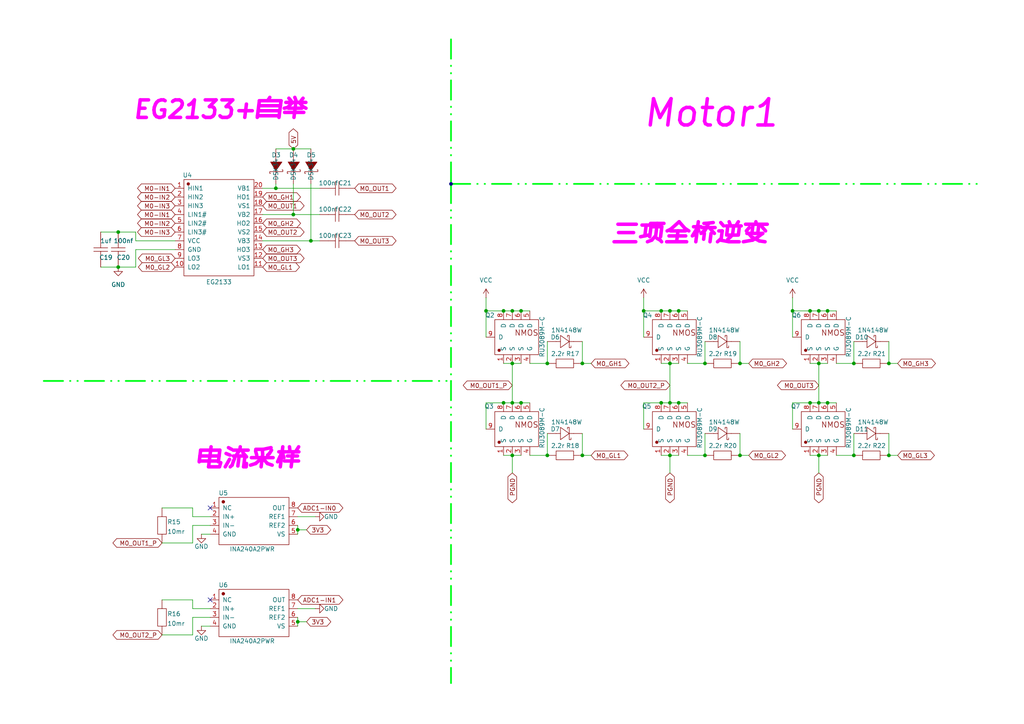
<source format=kicad_sch>
(kicad_sch
	(version 20231120)
	(generator "eeschema")
	(generator_version "8.0")
	(uuid "1b2c3769-6ea6-4960-aee3-f191f7080a01")
	(paper "A4")
	(title_block
		(title "Drive1")
		(date "2025-01-24")
		(rev "Dennis_Re_Yoonjiho")
	)
	(lib_symbols
		(symbol "Ts_Foc_Vo符号库:1N4148W"
			(pin_numbers hide)
			(pin_names
				(offset 1.016) hide)
			(exclude_from_sim no)
			(in_bom yes)
			(on_board yes)
			(property "Reference" "D"
				(at -5.08 1.524 0)
				(effects
					(font
						(size 1.27 1.27)
					)
				)
			)
			(property "Value" "1N4148W"
				(at 1.016 3.048 0)
				(effects
					(font
						(size 1.27 1.27)
					)
				)
			)
			(property "Footprint" "kicad_lceda:SOD-123_L2.7-W1.6-LS3.7-FD"
				(at 0 -2.794 0)
				(effects
					(font
						(size 1.27 1.27)
					)
					(hide yes)
				)
			)
			(property "Datasheet" ""
				(at 0 -5.842 0)
				(effects
					(font
						(size 1.27 1.27)
					)
					(hide yes)
				)
			)
			(property "Description" ""
				(at 0 0 0)
				(effects
					(font
						(size 1.27 1.27)
					)
					(hide yes)
				)
			)
			(property "SuppliersPartNumber" "C7420318"
				(at 0 -2.794 0)
				(effects
					(font
						(size 1.27 1.27)
					)
					(hide yes)
				)
			)
			(property "uuid" "std:ec7a5fe3cdee49c4ba67c555fdedf9eb"
				(at 0 -2.794 0)
				(effects
					(font
						(size 1.27 1.27)
					)
					(hide yes)
				)
			)
			(symbol "1N4148W_1_1"
				(polyline
					(pts
						(xy -2.54 0) (xy -1.27 0)
					)
					(stroke
						(width 0.1524)
						(type solid)
					)
					(fill
						(type none)
					)
				)
				(polyline
					(pts
						(xy 1.27 0) (xy 2.54 0)
					)
					(stroke
						(width 0.1524)
						(type solid)
					)
					(fill
						(type none)
					)
				)
				(polyline
					(pts
						(xy -1.27 -1.778) (xy 1.27 0) (xy -1.27 1.778) (xy -1.27 -1.778)
					)
					(stroke
						(width 0.1524)
						(type solid)
					)
					(fill
						(type none)
					)
				)
				(polyline
					(pts
						(xy 1.778 -1.27) (xy 1.778 -1.778) (xy 1.27 -1.778) (xy 1.27 1.778) (xy 0.762 1.778) (xy 0.762 1.27)
					)
					(stroke
						(width 0.1524)
						(type solid)
					)
					(fill
						(type none)
					)
				)
				(pin input line
					(at -5.08 0 0)
					(length 2.54)
					(name "A"
						(effects
							(font
								(size 1.27 1.27)
							)
						)
					)
					(number "1"
						(effects
							(font
								(size 1.27 1.27)
							)
						)
					)
				)
				(pin input line
					(at 5.08 0 180)
					(length 2.54)
					(name "K"
						(effects
							(font
								(size 1.27 1.27)
							)
						)
					)
					(number "2"
						(effects
							(font
								(size 1.27 1.27)
							)
						)
					)
				)
			)
		)
		(symbol "Ts_Foc_Vo符号库:CAP"
			(pin_numbers hide)
			(pin_names
				(offset 1.016) hide)
			(exclude_from_sim no)
			(in_bom yes)
			(on_board yes)
			(property "Reference" "C"
				(at -2.286 1.524 0)
				(effects
					(font
						(size 1.27 1.27)
					)
				)
			)
			(property "Value" "Value"
				(at 3.81 1.524 0)
				(effects
					(font
						(size 1.27 1.27)
					)
				)
			)
			(property "Footprint" "kicad_lceda:C0402"
				(at 0.762 -2.794 0)
				(effects
					(font
						(size 1.27 1.27)
					)
					(hide yes)
				)
			)
			(property "Datasheet" "http://www.szlcsc.com/product/details_602003.html"
				(at 0.254 -2.794 0)
				(effects
					(font
						(size 1.27 1.27)
					)
					(hide yes)
				)
			)
			(property "Description" ""
				(at 0 0 0)
				(effects
					(font
						(size 1.27 1.27)
					)
					(hide yes)
				)
			)
			(property "SuppliersPartNumber" "C575438"
				(at -0.508 -3.048 0)
				(effects
					(font
						(size 1.27 1.27)
					)
					(hide yes)
				)
			)
			(property "uuid" "std:0b682b3549a44c2f91624e74dc370f45"
				(at -0.508 -3.048 0)
				(effects
					(font
						(size 1.27 1.27)
					)
					(hide yes)
				)
			)
			(symbol "CAP_1_1"
				(polyline
					(pts
						(xy -0.508 -2.032) (xy -0.508 2.032)
					)
					(stroke
						(width 0.1524)
						(type solid)
					)
					(fill
						(type none)
					)
				)
				(polyline
					(pts
						(xy -0.508 0) (xy -2.54 0)
					)
					(stroke
						(width 0.1524)
						(type solid)
					)
					(fill
						(type none)
					)
				)
				(polyline
					(pts
						(xy 0.508 2.032) (xy 0.508 -2.032)
					)
					(stroke
						(width 0.1524)
						(type solid)
					)
					(fill
						(type none)
					)
				)
				(polyline
					(pts
						(xy 2.54 0) (xy 0.508 0)
					)
					(stroke
						(width 0.1524)
						(type solid)
					)
					(fill
						(type none)
					)
				)
				(pin input line
					(at -5.08 0 0)
					(length 2.54)
					(name "1"
						(effects
							(font
								(size 1.27 1.27)
							)
						)
					)
					(number "1"
						(effects
							(font
								(size 1.27 1.27)
							)
						)
					)
				)
				(pin input line
					(at 5.08 0 180)
					(length 2.54)
					(name "2"
						(effects
							(font
								(size 1.27 1.27)
							)
						)
					)
					(number "2"
						(effects
							(font
								(size 1.27 1.27)
							)
						)
					)
				)
			)
		)
		(symbol "Ts_Foc_Vo符号库:DSK34"
			(pin_numbers hide)
			(pin_names
				(offset 1.016) hide)
			(exclude_from_sim no)
			(in_bom yes)
			(on_board yes)
			(property "Reference" "D"
				(at -4.064 1.778 0)
				(effects
					(font
						(size 1.27 1.27)
					)
				)
			)
			(property "Value" "DSK34"
				(at 3.048 2.54 0)
				(effects
					(font
						(size 1.27 1.27)
					)
				)
			)
			(property "Footprint" "kicad_lceda:SOD-123_L2.8-W1.8-LS3.7-RD"
				(at 0 -3.556 0)
				(effects
					(font
						(size 1.27 1.27)
					)
					(hide yes)
				)
			)
			(property "Datasheet" "http://www.szlcsc.com/product/details_42013.html"
				(at 0 -3.556 0)
				(effects
					(font
						(size 1.27 1.27)
					)
					(hide yes)
				)
			)
			(property "Description" ""
				(at 0 0 0)
				(effects
					(font
						(size 1.27 1.27)
					)
					(hide yes)
				)
			)
			(property "SuppliersPartNumber" "C41029"
				(at 0 -3.556 0)
				(effects
					(font
						(size 1.27 1.27)
					)
					(hide yes)
				)
			)
			(property "uuid" "std:903b54571892a6e30fa8884d00bf870c"
				(at -0.254 -3.302 0)
				(effects
					(font
						(size 1.27 1.27)
					)
					(hide yes)
				)
			)
			(symbol "DSK34_1_1"
				(polyline
					(pts
						(xy 1.27 1.524) (xy -1.27 0) (xy 1.27 -1.778) (xy 1.27 1.524)
					)
					(stroke
						(width 0.1524)
						(type solid)
					)
					(fill
						(type outline)
					)
				)
				(polyline
					(pts
						(xy -2.032 1.524) (xy -2.032 1.778) (xy -1.524 1.778) (xy -1.524 -2.032) (xy -1.016 -2.032) (xy -1.016 -1.778)
					)
					(stroke
						(width 0.1524)
						(type solid)
					)
					(fill
						(type none)
					)
				)
				(pin input line
					(at -5.08 0 0)
					(length 3.81)
					(name "K"
						(effects
							(font
								(size 1.27 1.27)
							)
						)
					)
					(number "1"
						(effects
							(font
								(size 1.27 1.27)
							)
						)
					)
				)
				(pin input line
					(at 5.08 0 180)
					(length 3.81)
					(name "A"
						(effects
							(font
								(size 1.27 1.27)
							)
						)
					)
					(number "2"
						(effects
							(font
								(size 1.27 1.27)
							)
						)
					)
				)
			)
		)
		(symbol "Ts_Foc_Vo符号库:EG2133"
			(pin_names
				(offset 1.016)
			)
			(exclude_from_sim no)
			(in_bom yes)
			(on_board yes)
			(property "Reference" "U"
				(at -9.652 14.986 0)
				(effects
					(font
						(size 1.27 1.27)
					)
				)
			)
			(property "Value" "EG2133"
				(at 1.524 15.494 0)
				(effects
					(font
						(size 1.27 1.27)
					)
				)
			)
			(property "Footprint" "kicad_lceda:TSSOP-20_L6.5-W4.4-P0.65-LS6.4-BL"
				(at 0.762 -14.986 0)
				(effects
					(font
						(size 1.27 1.27)
					)
					(hide yes)
				)
			)
			(property "Datasheet" "http://www.szlcsc.com/product/details_210302.html"
				(at 0.762 -14.986 0)
				(effects
					(font
						(size 1.27 1.27)
					)
					(hide yes)
				)
			)
			(property "Description" ""
				(at 0 0 0)
				(effects
					(font
						(size 1.27 1.27)
					)
					(hide yes)
				)
			)
			(property "SuppliersPartNumber" "C190343"
				(at 0.254 -15.24 0)
				(effects
					(font
						(size 1.27 1.27)
					)
					(hide yes)
				)
			)
			(property "uuid" "std:82a7a7bdfd1b4a9494bc5f3b5bda1d75"
				(at 0 -15.24 0)
				(effects
					(font
						(size 1.27 1.27)
					)
					(hide yes)
				)
			)
			(symbol "EG2133_1_1"
				(rectangle
					(start -10.16 13.97)
					(end 10.16 -13.97)
					(stroke
						(width 0.1524)
						(type solid)
					)
					(fill
						(type none)
					)
				)
				(circle
					(center -8.89 12.7)
					(radius 0.381)
					(stroke
						(width 0.1524)
						(type solid)
					)
					(fill
						(type outline)
					)
				)
				(pin input line
					(at -12.7 11.43 0)
					(length 2.54)
					(name "HIN1"
						(effects
							(font
								(size 1.27 1.27)
							)
						)
					)
					(number "1"
						(effects
							(font
								(size 1.27 1.27)
							)
						)
					)
				)
				(pin input line
					(at -12.7 -11.43 0)
					(length 2.54)
					(name "LO2"
						(effects
							(font
								(size 1.27 1.27)
							)
						)
					)
					(number "10"
						(effects
							(font
								(size 1.27 1.27)
							)
						)
					)
				)
				(pin input line
					(at 12.7 -11.43 180)
					(length 2.54)
					(name "LO1"
						(effects
							(font
								(size 1.27 1.27)
							)
						)
					)
					(number "11"
						(effects
							(font
								(size 1.27 1.27)
							)
						)
					)
				)
				(pin input line
					(at 12.7 -8.89 180)
					(length 2.54)
					(name "VS3"
						(effects
							(font
								(size 1.27 1.27)
							)
						)
					)
					(number "12"
						(effects
							(font
								(size 1.27 1.27)
							)
						)
					)
				)
				(pin input line
					(at 12.7 -6.35 180)
					(length 2.54)
					(name "HO3"
						(effects
							(font
								(size 1.27 1.27)
							)
						)
					)
					(number "13"
						(effects
							(font
								(size 1.27 1.27)
							)
						)
					)
				)
				(pin input line
					(at 12.7 -3.81 180)
					(length 2.54)
					(name "VB3"
						(effects
							(font
								(size 1.27 1.27)
							)
						)
					)
					(number "14"
						(effects
							(font
								(size 1.27 1.27)
							)
						)
					)
				)
				(pin input line
					(at 12.7 -1.27 180)
					(length 2.54)
					(name "VS2"
						(effects
							(font
								(size 1.27 1.27)
							)
						)
					)
					(number "15"
						(effects
							(font
								(size 1.27 1.27)
							)
						)
					)
				)
				(pin input line
					(at 12.7 1.27 180)
					(length 2.54)
					(name "HO2"
						(effects
							(font
								(size 1.27 1.27)
							)
						)
					)
					(number "16"
						(effects
							(font
								(size 1.27 1.27)
							)
						)
					)
				)
				(pin input line
					(at 12.7 3.81 180)
					(length 2.54)
					(name "VB2"
						(effects
							(font
								(size 1.27 1.27)
							)
						)
					)
					(number "17"
						(effects
							(font
								(size 1.27 1.27)
							)
						)
					)
				)
				(pin input line
					(at 12.7 6.35 180)
					(length 2.54)
					(name "VS1"
						(effects
							(font
								(size 1.27 1.27)
							)
						)
					)
					(number "18"
						(effects
							(font
								(size 1.27 1.27)
							)
						)
					)
				)
				(pin input line
					(at 12.7 8.89 180)
					(length 2.54)
					(name "HO1"
						(effects
							(font
								(size 1.27 1.27)
							)
						)
					)
					(number "19"
						(effects
							(font
								(size 1.27 1.27)
							)
						)
					)
				)
				(pin input line
					(at -12.7 8.89 0)
					(length 2.54)
					(name "HIN2"
						(effects
							(font
								(size 1.27 1.27)
							)
						)
					)
					(number "2"
						(effects
							(font
								(size 1.27 1.27)
							)
						)
					)
				)
				(pin input line
					(at 12.7 11.43 180)
					(length 2.54)
					(name "VB1"
						(effects
							(font
								(size 1.27 1.27)
							)
						)
					)
					(number "20"
						(effects
							(font
								(size 1.27 1.27)
							)
						)
					)
				)
				(pin input line
					(at -12.7 6.35 0)
					(length 2.54)
					(name "HIN3"
						(effects
							(font
								(size 1.27 1.27)
							)
						)
					)
					(number "3"
						(effects
							(font
								(size 1.27 1.27)
							)
						)
					)
				)
				(pin input line
					(at -12.7 3.81 0)
					(length 2.54)
					(name "LIN1#"
						(effects
							(font
								(size 1.27 1.27)
							)
						)
					)
					(number "4"
						(effects
							(font
								(size 1.27 1.27)
							)
						)
					)
				)
				(pin input line
					(at -12.7 1.27 0)
					(length 2.54)
					(name "LIN2#"
						(effects
							(font
								(size 1.27 1.27)
							)
						)
					)
					(number "5"
						(effects
							(font
								(size 1.27 1.27)
							)
						)
					)
				)
				(pin input line
					(at -12.7 -1.27 0)
					(length 2.54)
					(name "LIN3#"
						(effects
							(font
								(size 1.27 1.27)
							)
						)
					)
					(number "6"
						(effects
							(font
								(size 1.27 1.27)
							)
						)
					)
				)
				(pin input line
					(at -12.7 -3.81 0)
					(length 2.54)
					(name "VCC"
						(effects
							(font
								(size 1.27 1.27)
							)
						)
					)
					(number "7"
						(effects
							(font
								(size 1.27 1.27)
							)
						)
					)
				)
				(pin input line
					(at -12.7 -6.35 0)
					(length 2.54)
					(name "GND"
						(effects
							(font
								(size 1.27 1.27)
							)
						)
					)
					(number "8"
						(effects
							(font
								(size 1.27 1.27)
							)
						)
					)
				)
				(pin input line
					(at -12.7 -8.89 0)
					(length 2.54)
					(name "LO3"
						(effects
							(font
								(size 1.27 1.27)
							)
						)
					)
					(number "9"
						(effects
							(font
								(size 1.27 1.27)
							)
						)
					)
				)
			)
		)
		(symbol "Ts_Foc_Vo符号库:INA240A2PWR"
			(pin_names
				(offset 1.016)
			)
			(exclude_from_sim no)
			(in_bom yes)
			(on_board yes)
			(property "Reference" "U"
				(at -9.906 8.128 0)
				(effects
					(font
						(size 1.27 1.27)
					)
				)
			)
			(property "Value" "INA240A2PWR"
				(at 0.762 8.128 0)
				(effects
					(font
						(size 1.27 1.27)
					)
				)
			)
			(property "Footprint" "kicad_lceda:TSSOP-8_L4.4-W3.0-P0.65-LS6.4-BL"
				(at 0 -7.874 0)
				(effects
					(font
						(size 1.27 1.27)
					)
					(hide yes)
				)
			)
			(property "Datasheet" "http://www.szlcsc.com/product/details_141236.html"
				(at 0.508 -7.366 0)
				(effects
					(font
						(size 1.27 1.27)
					)
					(hide yes)
				)
			)
			(property "Description" ""
				(at 0 0 0)
				(effects
					(font
						(size 1.27 1.27)
					)
					(hide yes)
				)
			)
			(property "SuppliersPartNumber" "C129949"
				(at 0.254 -7.874 0)
				(effects
					(font
						(size 1.27 1.27)
					)
					(hide yes)
				)
			)
			(property "uuid" "std:dbcaa12a6f174e2384008bee47427f39"
				(at 0.254 -7.874 0)
				(effects
					(font
						(size 1.27 1.27)
					)
					(hide yes)
				)
			)
			(symbol "INA240A2PWR_1_1"
				(rectangle
					(start -10.16 6.858)
					(end 10.16 -6.858)
					(stroke
						(width 0.1524)
						(type solid)
					)
					(fill
						(type none)
					)
				)
				(circle
					(center -8.89 5.588)
					(radius 0.381)
					(stroke
						(width 0.1524)
						(type solid)
					)
					(fill
						(type outline)
					)
				)
				(circle
					(center -8.89 5.588)
					(radius 0.381)
					(stroke
						(width 0.1524)
						(type solid)
					)
					(fill
						(type outline)
					)
				)
				(pin input line
					(at -12.7 3.81 0)
					(length 2.54)
					(name "NC"
						(effects
							(font
								(size 1.27 1.27)
							)
						)
					)
					(number "1"
						(effects
							(font
								(size 1.27 1.27)
							)
						)
					)
				)
				(pin input line
					(at -12.7 1.27 0)
					(length 2.54)
					(name "IN+"
						(effects
							(font
								(size 1.27 1.27)
							)
						)
					)
					(number "2"
						(effects
							(font
								(size 1.27 1.27)
							)
						)
					)
				)
				(pin input line
					(at -12.7 -1.27 0)
					(length 2.54)
					(name "IN-"
						(effects
							(font
								(size 1.27 1.27)
							)
						)
					)
					(number "3"
						(effects
							(font
								(size 1.27 1.27)
							)
						)
					)
				)
				(pin input line
					(at -12.7 -3.81 0)
					(length 2.54)
					(name "GND"
						(effects
							(font
								(size 1.27 1.27)
							)
						)
					)
					(number "4"
						(effects
							(font
								(size 1.27 1.27)
							)
						)
					)
				)
				(pin input line
					(at 12.7 -3.81 180)
					(length 2.54)
					(name "VS"
						(effects
							(font
								(size 1.27 1.27)
							)
						)
					)
					(number "5"
						(effects
							(font
								(size 1.27 1.27)
							)
						)
					)
				)
				(pin input line
					(at 12.7 -1.27 180)
					(length 2.54)
					(name "REF2"
						(effects
							(font
								(size 1.27 1.27)
							)
						)
					)
					(number "6"
						(effects
							(font
								(size 1.27 1.27)
							)
						)
					)
				)
				(pin input line
					(at 12.7 1.27 180)
					(length 2.54)
					(name "REF1"
						(effects
							(font
								(size 1.27 1.27)
							)
						)
					)
					(number "7"
						(effects
							(font
								(size 1.27 1.27)
							)
						)
					)
				)
				(pin input line
					(at 12.7 3.81 180)
					(length 2.54)
					(name "OUT"
						(effects
							(font
								(size 1.27 1.27)
							)
						)
					)
					(number "8"
						(effects
							(font
								(size 1.27 1.27)
							)
						)
					)
				)
			)
		)
		(symbol "Ts_Foc_Vo符号库:RES"
			(pin_numbers hide)
			(pin_names
				(offset 1.016) hide)
			(exclude_from_sim no)
			(in_bom yes)
			(on_board yes)
			(property "Reference" "R"
				(at -2.286 2.032 0)
				(effects
					(font
						(size 1.27 1.27)
					)
				)
			)
			(property "Value" "Value"
				(at 2.286 2.032 0)
				(effects
					(font
						(size 1.27 1.27)
					)
				)
			)
			(property "Footprint" "kicad_lceda:R0402"
				(at 0.254 -2.54 0)
				(effects
					(font
						(size 1.27 1.27)
					)
					(hide yes)
				)
			)
			(property "Datasheet" ""
				(at 0 -6.35 0)
				(effects
					(font
						(size 1.27 1.27)
					)
					(hide yes)
				)
			)
			(property "Description" ""
				(at 0 0 0)
				(effects
					(font
						(size 1.27 1.27)
					)
					(hide yes)
				)
			)
			(property "SuppliersPartNumber" "C5200633"
				(at 0 -11.43 0)
				(effects
					(font
						(size 1.27 1.27)
					)
					(hide yes)
				)
			)
			(property "uuid" "std:0c78b8f437b74d4badbc2695159e48f2"
				(at 0 -11.43 0)
				(effects
					(font
						(size 1.27 1.27)
					)
					(hide yes)
				)
			)
			(symbol "RES_1_1"
				(rectangle
					(start -2.54 1.27)
					(end 2.54 -1.27)
					(stroke
						(width 0.1524)
						(type solid)
					)
					(fill
						(type none)
					)
				)
				(pin input line
					(at -5.08 0 0)
					(length 2.54)
					(name "1"
						(effects
							(font
								(size 1.27 1.27)
							)
						)
					)
					(number "1"
						(effects
							(font
								(size 1.27 1.27)
							)
						)
					)
				)
				(pin input line
					(at 5.08 0 180)
					(length 2.54)
					(name "2"
						(effects
							(font
								(size 1.27 1.27)
							)
						)
					)
					(number "2"
						(effects
							(font
								(size 1.27 1.27)
							)
						)
					)
				)
			)
		)
		(symbol "Ts_Foc_Vo符号库:RU3089M-C"
			(pin_names
				(offset 1.016)
			)
			(exclude_from_sim no)
			(in_bom yes)
			(on_board yes)
			(property "Reference" "Q"
				(at -4.572 6.096 0)
				(effects
					(font
						(size 1.27 1.27)
					)
				)
			)
			(property "Value" "RU3089M-C"
				(at 0.254 -8.89 0)
				(effects
					(font
						(size 1.27 1.27)
					)
				)
			)
			(property "Footprint" "kicad_lceda:PQFN-8_L5.8-W4.9-P1.27-LS6.0-BL"
				(at -0.254 -11.176 0)
				(effects
					(font
						(size 1.27 1.27)
					)
					(hide yes)
				)
			)
			(property "Datasheet" "http://www.szlcsc.com/product/details_539374.html"
				(at 0 -11.176 0)
				(effects
					(font
						(size 1.27 1.27)
					)
					(hide yes)
				)
			)
			(property "Description" ""
				(at 0 0 0)
				(effects
					(font
						(size 1.27 1.27)
					)
					(hide yes)
				)
			)
			(property "SuppliersPartNumber" "C521551"
				(at 0 -11.43 0)
				(effects
					(font
						(size 1.27 1.27)
					)
					(hide yes)
				)
			)
			(property "uuid" "std:eaed6c6dee514a1b9b59ef9944d5e1b5"
				(at 0 -11.43 0)
				(effects
					(font
						(size 1.27 1.27)
					)
					(hide yes)
				)
			)
			(symbol "RU3089M-C_1_1"
				(rectangle
					(start -5.08 5.08)
					(end 5.08 -7.62)
					(stroke
						(width 0.1524)
						(type solid)
					)
					(fill
						(type none)
					)
				)
				(circle
					(center -3.81 3.81)
					(radius 0.381)
					(stroke
						(width 0.1524)
						(type solid)
					)
					(fill
						(type outline)
					)
				)
				(text "NMOS"
					(at 1.27 -7.62 900)
					(effects
						(font
							(size 1.6256 1.6256)
						)
						(justify left)
					)
				)
				(pin input line
					(at -7.62 2.54 0)
					(length 2.54)
					(name "S"
						(effects
							(font
								(size 1.27 1.27)
							)
						)
					)
					(number "1"
						(effects
							(font
								(size 1.27 1.27)
							)
						)
					)
				)
				(pin input line
					(at -7.62 0 0)
					(length 2.54)
					(name "S"
						(effects
							(font
								(size 1.27 1.27)
							)
						)
					)
					(number "2"
						(effects
							(font
								(size 1.27 1.27)
							)
						)
					)
				)
				(pin input line
					(at -7.62 -2.54 0)
					(length 2.54)
					(name "S"
						(effects
							(font
								(size 1.27 1.27)
							)
						)
					)
					(number "3"
						(effects
							(font
								(size 1.27 1.27)
							)
						)
					)
				)
				(pin input line
					(at -7.62 -5.08 0)
					(length 2.54)
					(name "G"
						(effects
							(font
								(size 1.27 1.27)
							)
						)
					)
					(number "4"
						(effects
							(font
								(size 1.27 1.27)
							)
						)
					)
				)
				(pin input line
					(at 7.62 -5.08 180)
					(length 2.54)
					(name "D"
						(effects
							(font
								(size 1.27 1.27)
							)
						)
					)
					(number "5"
						(effects
							(font
								(size 1.27 1.27)
							)
						)
					)
				)
				(pin input line
					(at 7.62 -2.54 180)
					(length 2.54)
					(name "D"
						(effects
							(font
								(size 1.27 1.27)
							)
						)
					)
					(number "6"
						(effects
							(font
								(size 1.27 1.27)
							)
						)
					)
				)
				(pin input line
					(at 7.62 0 180)
					(length 2.54)
					(name "D"
						(effects
							(font
								(size 1.27 1.27)
							)
						)
					)
					(number "7"
						(effects
							(font
								(size 1.27 1.27)
							)
						)
					)
				)
				(pin input line
					(at 7.62 2.54 180)
					(length 2.54)
					(name "D"
						(effects
							(font
								(size 1.27 1.27)
							)
						)
					)
					(number "8"
						(effects
							(font
								(size 1.27 1.27)
							)
						)
					)
				)
				(pin input line
					(at 0 7.62 270)
					(length 2.54)
					(name "D"
						(effects
							(font
								(size 1.27 1.27)
							)
						)
					)
					(number "9"
						(effects
							(font
								(size 1.27 1.27)
							)
						)
					)
				)
			)
		)
		(symbol "power:GND"
			(power)
			(pin_numbers hide)
			(pin_names
				(offset 0) hide)
			(exclude_from_sim no)
			(in_bom yes)
			(on_board yes)
			(property "Reference" "#PWR"
				(at 0 -6.35 0)
				(effects
					(font
						(size 1.27 1.27)
					)
					(hide yes)
				)
			)
			(property "Value" "GND"
				(at 0 -3.81 0)
				(effects
					(font
						(size 1.27 1.27)
					)
				)
			)
			(property "Footprint" ""
				(at 0 0 0)
				(effects
					(font
						(size 1.27 1.27)
					)
					(hide yes)
				)
			)
			(property "Datasheet" ""
				(at 0 0 0)
				(effects
					(font
						(size 1.27 1.27)
					)
					(hide yes)
				)
			)
			(property "Description" "Power symbol creates a global label with name \"GND\" , ground"
				(at 0 0 0)
				(effects
					(font
						(size 1.27 1.27)
					)
					(hide yes)
				)
			)
			(property "ki_keywords" "global power"
				(at 0 0 0)
				(effects
					(font
						(size 1.27 1.27)
					)
					(hide yes)
				)
			)
			(symbol "GND_0_1"
				(polyline
					(pts
						(xy 0 0) (xy 0 -1.27) (xy 1.27 -1.27) (xy 0 -2.54) (xy -1.27 -1.27) (xy 0 -1.27)
					)
					(stroke
						(width 0)
						(type default)
					)
					(fill
						(type none)
					)
				)
			)
			(symbol "GND_1_1"
				(pin power_in line
					(at 0 0 270)
					(length 0)
					(name "~"
						(effects
							(font
								(size 1.27 1.27)
							)
						)
					)
					(number "1"
						(effects
							(font
								(size 1.27 1.27)
							)
						)
					)
				)
			)
		)
		(symbol "power:VCC"
			(power)
			(pin_numbers hide)
			(pin_names
				(offset 0) hide)
			(exclude_from_sim no)
			(in_bom yes)
			(on_board yes)
			(property "Reference" "#PWR"
				(at 0 -3.81 0)
				(effects
					(font
						(size 1.27 1.27)
					)
					(hide yes)
				)
			)
			(property "Value" "VCC"
				(at 0 3.556 0)
				(effects
					(font
						(size 1.27 1.27)
					)
				)
			)
			(property "Footprint" ""
				(at 0 0 0)
				(effects
					(font
						(size 1.27 1.27)
					)
					(hide yes)
				)
			)
			(property "Datasheet" ""
				(at 0 0 0)
				(effects
					(font
						(size 1.27 1.27)
					)
					(hide yes)
				)
			)
			(property "Description" "Power symbol creates a global label with name \"VCC\""
				(at 0 0 0)
				(effects
					(font
						(size 1.27 1.27)
					)
					(hide yes)
				)
			)
			(property "ki_keywords" "global power"
				(at 0 0 0)
				(effects
					(font
						(size 1.27 1.27)
					)
					(hide yes)
				)
			)
			(symbol "VCC_0_1"
				(polyline
					(pts
						(xy -0.762 1.27) (xy 0 2.54)
					)
					(stroke
						(width 0)
						(type default)
					)
					(fill
						(type none)
					)
				)
				(polyline
					(pts
						(xy 0 0) (xy 0 2.54)
					)
					(stroke
						(width 0)
						(type default)
					)
					(fill
						(type none)
					)
				)
				(polyline
					(pts
						(xy 0 2.54) (xy 0.762 1.27)
					)
					(stroke
						(width 0)
						(type default)
					)
					(fill
						(type none)
					)
				)
			)
			(symbol "VCC_1_1"
				(pin power_in line
					(at 0 0 90)
					(length 0)
					(name "~"
						(effects
							(font
								(size 1.27 1.27)
							)
						)
					)
					(number "1"
						(effects
							(font
								(size 1.27 1.27)
							)
						)
					)
				)
			)
		)
	)
	(junction
		(at 229.87 90.17)
		(diameter 0)
		(color 0 0 0 0)
		(uuid "1038d64c-6319-4e19-89ce-9642b01e282d")
	)
	(junction
		(at 146.05 116.84)
		(diameter 0)
		(color 0 0 0 0)
		(uuid "144f91bf-76cb-4f1c-b0a7-f91ecd0f8419")
	)
	(junction
		(at 34.29 67.31)
		(diameter 0)
		(color 0 0 0 0)
		(uuid "1469f3c9-6692-4a86-8f41-d276d25bcd2b")
	)
	(junction
		(at 234.95 116.84)
		(diameter 0)
		(color 0 0 0 0)
		(uuid "15fe4520-c0d6-4244-89b0-5dc9c0db11f6")
	)
	(junction
		(at 86.36 153.67)
		(diameter 0)
		(color 0 0 0 0)
		(uuid "1e675183-c044-44c3-9352-892c011ba7ba")
	)
	(junction
		(at 240.03 116.84)
		(diameter 0)
		(color 0 0 0 0)
		(uuid "20ea60ec-cb5c-4f57-b9d6-a2b278601b96")
	)
	(junction
		(at 194.31 105.41)
		(diameter 0)
		(color 0 0 0 0)
		(uuid "25331436-7b18-47f8-97bc-4b6e4bc9c7b5")
	)
	(junction
		(at 191.77 116.84)
		(diameter 0)
		(color 0 0 0 0)
		(uuid "2ae1a57d-bd33-4536-8829-8598acfe5186")
	)
	(junction
		(at 257.81 105.41)
		(diameter 0)
		(color 0 0 0 0)
		(uuid "2b33dc19-9877-4f8e-b80d-0dc131519b1f")
	)
	(junction
		(at 214.63 132.08)
		(diameter 0)
		(color 0 0 0 0)
		(uuid "2f24634e-4183-408d-a6dd-9efd3b49e5b2")
	)
	(junction
		(at 247.65 132.08)
		(diameter 0)
		(color 0 0 0 0)
		(uuid "362e33b8-960d-4df4-aa66-b551f5f9d0b8")
	)
	(junction
		(at 194.31 132.08)
		(diameter 0)
		(color 0 0 0 0)
		(uuid "3669adb9-f60c-4fe6-bdd7-698b5fa8242a")
	)
	(junction
		(at 90.17 69.85)
		(diameter 0)
		(color 0 0 0 0)
		(uuid "4e568b34-8a26-4c6d-a597-b523c791d0d7")
	)
	(junction
		(at 257.81 132.08)
		(diameter 0)
		(color 0 0 0 0)
		(uuid "5a9e434d-0c87-4462-aa42-6c61aa5acc63")
	)
	(junction
		(at 80.01 54.61)
		(diameter 0)
		(color 0 0 0 0)
		(uuid "5b63bdf0-5639-45e7-86e0-bed25d7cbd04")
	)
	(junction
		(at 146.05 90.17)
		(diameter 0)
		(color 0 0 0 0)
		(uuid "5e98e8f2-54fd-439c-aa21-434d0eb7547f")
	)
	(junction
		(at 86.36 180.34)
		(diameter 0)
		(color 0 0 0 0)
		(uuid "61043fdf-a1c7-410f-bc8d-5e31f78c787a")
	)
	(junction
		(at 148.59 105.41)
		(diameter 0)
		(color 0 0 0 0)
		(uuid "62e416bb-5314-4a9c-b812-b4534d0574db")
	)
	(junction
		(at 85.09 43.18)
		(diameter 0)
		(color 0 0 0 0)
		(uuid "638922bd-c072-4869-a25d-5bcc15f0a518")
	)
	(junction
		(at 130.81 53.34)
		(diameter 0)
		(color 0 0 0 0)
		(uuid "64412e95-b4df-4aa0-bd8c-256a205f9373")
	)
	(junction
		(at 148.59 90.17)
		(diameter 0)
		(color 0 0 0 0)
		(uuid "70d1b413-5d6d-4792-8e93-145b049d03ca")
	)
	(junction
		(at 130.81 110.49)
		(diameter 0.127)
		(color 0 255 25 1)
		(uuid "736cb72c-3222-4c24-9159-f5d97ea8ded2")
	)
	(junction
		(at 151.13 116.84)
		(diameter 0)
		(color 0 0 0 0)
		(uuid "7a14296b-6974-49ec-9d9d-f882d5c40705")
	)
	(junction
		(at 34.29 77.47)
		(diameter 0)
		(color 0 0 0 0)
		(uuid "7ba1386a-637f-408c-9398-0a955fa2fdaf")
	)
	(junction
		(at 151.13 90.17)
		(diameter 0)
		(color 0 0 0 0)
		(uuid "7c0bf05f-a548-4728-ba52-41b4e1dd5a41")
	)
	(junction
		(at 237.49 132.08)
		(diameter 0)
		(color 0 0 0 0)
		(uuid "7f357906-a45f-44d2-b243-88f2b64245dc")
	)
	(junction
		(at 214.63 105.41)
		(diameter 0)
		(color 0 0 0 0)
		(uuid "8115b643-5342-4662-aeae-bc0045837b53")
	)
	(junction
		(at 196.85 116.84)
		(diameter 0)
		(color 0 0 0 0)
		(uuid "995699a2-7358-4a45-a357-203e2402b009")
	)
	(junction
		(at 186.69 90.17)
		(diameter 0)
		(color 0 0 0 0)
		(uuid "9d4607cd-c9fd-4279-8ba7-c83fb5c28478")
	)
	(junction
		(at 194.31 116.84)
		(diameter 0)
		(color 0 0 0 0)
		(uuid "a294e767-e06e-47e2-9deb-b39b012e39ab")
	)
	(junction
		(at 168.91 105.41)
		(diameter 0)
		(color 0 0 0 0)
		(uuid "a59d1bfd-323a-4c70-ad70-f55a4e705638")
	)
	(junction
		(at 168.91 132.08)
		(diameter 0)
		(color 0 0 0 0)
		(uuid "ac63b063-4374-4e8f-987b-66b56573ea9a")
	)
	(junction
		(at 237.49 116.84)
		(diameter 0)
		(color 0 0 0 0)
		(uuid "ad4a2c8b-bd53-46c1-8256-30ceddb64344")
	)
	(junction
		(at 140.97 90.17)
		(diameter 0)
		(color 0 0 0 0)
		(uuid "b1029b77-df8e-4af8-af82-300423b47305")
	)
	(junction
		(at 148.59 132.08)
		(diameter 0)
		(color 0 0 0 0)
		(uuid "b45b52d8-f98e-4542-8416-0594dd1dc7d4")
	)
	(junction
		(at 240.03 90.17)
		(diameter 0)
		(color 0 0 0 0)
		(uuid "b8afd2c9-459d-4d77-af9d-81a3b9daea87")
	)
	(junction
		(at 194.31 90.17)
		(diameter 0)
		(color 0 0 0 0)
		(uuid "bc29b8e8-63fb-4b1f-b306-db55106b19e2")
	)
	(junction
		(at 85.09 62.23)
		(diameter 0)
		(color 0 0 0 0)
		(uuid "be2ba6b3-8494-4291-8e57-83b4373ab792")
	)
	(junction
		(at 148.59 116.84)
		(diameter 0)
		(color 0 0 0 0)
		(uuid "c1830a7f-1723-4b11-bdc2-dacf4bfd500b")
	)
	(junction
		(at 204.47 105.41)
		(diameter 0)
		(color 0 0 0 0)
		(uuid "c58df0fb-c9be-435c-9795-84bd21a83fbe")
	)
	(junction
		(at 234.95 90.17)
		(diameter 0)
		(color 0 0 0 0)
		(uuid "c70c37de-fc49-4c52-8bde-27a6ee899de6")
	)
	(junction
		(at 247.65 105.41)
		(diameter 0)
		(color 0 0 0 0)
		(uuid "cc4a387b-4dab-41f9-aae9-1fa152134391")
	)
	(junction
		(at 158.75 132.08)
		(diameter 0)
		(color 0 0 0 0)
		(uuid "cdcbcbc1-c2fa-449d-ac3c-259d0b1ae049")
	)
	(junction
		(at 191.77 90.17)
		(diameter 0)
		(color 0 0 0 0)
		(uuid "d40f7e29-49cb-4031-b261-91a055d6987c")
	)
	(junction
		(at 237.49 105.41)
		(diameter 0)
		(color 0 0 0 0)
		(uuid "db0aadbe-6b59-40df-ba04-b86a576c18f3")
	)
	(junction
		(at 158.75 105.41)
		(diameter 0)
		(color 0 0 0 0)
		(uuid "df559a10-62b2-43a8-894c-54bbf35df322")
	)
	(junction
		(at 237.49 90.17)
		(diameter 0)
		(color 0 0 0 0)
		(uuid "e8c0852a-1791-4865-bcca-ff8bbbaade20")
	)
	(junction
		(at 196.85 90.17)
		(diameter 0)
		(color 0 0 0 0)
		(uuid "f026f642-7bcb-4b59-a662-3019219de863")
	)
	(junction
		(at 204.47 132.08)
		(diameter 0)
		(color 0 0 0 0)
		(uuid "f4f9e0b2-1044-4693-8984-9eec61ace138")
	)
	(no_connect
		(at 60.96 147.32)
		(uuid "3740b63b-c097-43e5-9295-2a43d8d31b2c")
	)
	(no_connect
		(at 60.96 173.99)
		(uuid "b0bae0f4-fa92-4784-a942-444a1399c726")
	)
	(wire
		(pts
			(xy 242.57 132.08) (xy 247.65 132.08)
		)
		(stroke
			(width 0)
			(type default)
		)
		(uuid "031a1139-37a2-4b98-aa19-7ce253043b67")
	)
	(wire
		(pts
			(xy 80.01 54.61) (xy 92.71 54.61)
		)
		(stroke
			(width 0)
			(type default)
		)
		(uuid "0375d7a1-8f8b-43f1-b566-62b1d0b405fa")
	)
	(wire
		(pts
			(xy 240.03 90.17) (xy 242.57 90.17)
		)
		(stroke
			(width 0)
			(type default)
		)
		(uuid "05b6f8d3-a9ee-4ab9-9ff4-bb043d7f14a1")
	)
	(bus
		(pts
			(xy 130.81 110.49) (xy 130.81 198.12)
		)
		(stroke
			(width 0.508)
			(type dash_dot_dot)
			(color 0 255 25 1)
		)
		(uuid "0682d802-acec-4202-8a7f-b90984bf4cfe")
	)
	(wire
		(pts
			(xy 60.96 149.86) (xy 55.88 149.86)
		)
		(stroke
			(width 0)
			(type default)
		)
		(uuid "096ec24b-4bb7-4be5-9505-137ff8bd13c3")
	)
	(wire
		(pts
			(xy 237.49 137.16) (xy 237.49 132.08)
		)
		(stroke
			(width 0)
			(type default)
		)
		(uuid "0a1146ca-242a-4551-bc49-1491d519b258")
	)
	(wire
		(pts
			(xy 140.97 90.17) (xy 140.97 97.79)
		)
		(stroke
			(width 0)
			(type default)
		)
		(uuid "0bbe546c-0815-459a-86fa-c56554bb2238")
	)
	(wire
		(pts
			(xy 229.87 90.17) (xy 229.87 97.79)
		)
		(stroke
			(width 0)
			(type default)
		)
		(uuid "0df7abd1-daa5-4c6a-af12-5e8b1e5366e4")
	)
	(wire
		(pts
			(xy 46.99 184.15) (xy 55.88 184.15)
		)
		(stroke
			(width 0)
			(type default)
		)
		(uuid "109d3b38-4b37-465c-9a49-f3edd5620f28")
	)
	(wire
		(pts
			(xy 168.91 125.73) (xy 168.91 132.08)
		)
		(stroke
			(width 0)
			(type default)
		)
		(uuid "10de8040-8d6a-4489-b3c5-863ddf968559")
	)
	(wire
		(pts
			(xy 257.81 105.41) (xy 260.35 105.41)
		)
		(stroke
			(width 0)
			(type default)
		)
		(uuid "15a11c5c-088a-4d11-8a80-d6fc2217627a")
	)
	(wire
		(pts
			(xy 158.75 125.73) (xy 158.75 132.08)
		)
		(stroke
			(width 0)
			(type default)
		)
		(uuid "15e65281-9e70-4661-a8fb-307d68be6074")
	)
	(wire
		(pts
			(xy 146.05 90.17) (xy 140.97 90.17)
		)
		(stroke
			(width 0)
			(type default)
		)
		(uuid "165ac0a1-d4f4-49a7-a5b9-38ed175a5254")
	)
	(wire
		(pts
			(xy 90.17 69.85) (xy 92.71 69.85)
		)
		(stroke
			(width 0)
			(type default)
		)
		(uuid "174d12d9-790c-4c7d-b045-b06261b127ce")
	)
	(wire
		(pts
			(xy 214.63 125.73) (xy 214.63 132.08)
		)
		(stroke
			(width 0)
			(type default)
		)
		(uuid "1bef3145-5ed0-487a-9102-1110b8e05677")
	)
	(wire
		(pts
			(xy 237.49 116.84) (xy 240.03 116.84)
		)
		(stroke
			(width 0)
			(type default)
		)
		(uuid "1f246844-afeb-4b60-a820-90a0e2efefc8")
	)
	(wire
		(pts
			(xy 34.29 67.31) (xy 39.37 67.31)
		)
		(stroke
			(width 0)
			(type default)
		)
		(uuid "211bcce7-808f-4d83-bdb8-94632cf3d2f0")
	)
	(wire
		(pts
			(xy 146.05 105.41) (xy 148.59 105.41)
		)
		(stroke
			(width 0)
			(type default)
		)
		(uuid "2128165f-ab5f-45b4-bd31-96d24c4fff64")
	)
	(wire
		(pts
			(xy 199.39 132.08) (xy 204.47 132.08)
		)
		(stroke
			(width 0)
			(type default)
		)
		(uuid "21919f51-2981-4b60-a1de-16551e007654")
	)
	(wire
		(pts
			(xy 186.69 124.46) (xy 186.69 116.84)
		)
		(stroke
			(width 0)
			(type default)
		)
		(uuid "248e6260-0f36-4e0d-b444-e0afe6b48ac3")
	)
	(wire
		(pts
			(xy 240.03 116.84) (xy 242.57 116.84)
		)
		(stroke
			(width 0)
			(type default)
		)
		(uuid "24a2a32d-ae26-4da0-a54a-675c305cfe62")
	)
	(wire
		(pts
			(xy 76.2 69.85) (xy 90.17 69.85)
		)
		(stroke
			(width 0)
			(type default)
		)
		(uuid "25723fdf-ffff-4e39-8634-324afdbb5e11")
	)
	(wire
		(pts
			(xy 146.05 116.84) (xy 148.59 116.84)
		)
		(stroke
			(width 0)
			(type default)
		)
		(uuid "26c3f013-e0f2-493d-a373-692b4f84618a")
	)
	(wire
		(pts
			(xy 146.05 132.08) (xy 148.59 132.08)
		)
		(stroke
			(width 0)
			(type default)
		)
		(uuid "27afdc5c-3a27-49df-a53a-0fa46de8391e")
	)
	(wire
		(pts
			(xy 196.85 116.84) (xy 199.39 116.84)
		)
		(stroke
			(width 0)
			(type default)
		)
		(uuid "2b2bfeb7-819f-4390-a841-aa6a75a29eb3")
	)
	(wire
		(pts
			(xy 194.31 116.84) (xy 196.85 116.84)
		)
		(stroke
			(width 0)
			(type default)
		)
		(uuid "2f1f4af8-7667-4df8-b7f4-089c472f79f0")
	)
	(wire
		(pts
			(xy 148.59 105.41) (xy 148.59 116.84)
		)
		(stroke
			(width 0)
			(type default)
		)
		(uuid "304506ac-8fe6-4fb2-ac14-bcfe33f21bba")
	)
	(wire
		(pts
			(xy 234.95 116.84) (xy 237.49 116.84)
		)
		(stroke
			(width 0)
			(type default)
		)
		(uuid "32926bad-5d3a-4e05-9bca-e4c4c32480fe")
	)
	(wire
		(pts
			(xy 229.87 116.84) (xy 234.95 116.84)
		)
		(stroke
			(width 0)
			(type default)
		)
		(uuid "3458fd6b-efde-4c67-a645-ba27db9208f3")
	)
	(wire
		(pts
			(xy 247.65 99.06) (xy 247.65 105.41)
		)
		(stroke
			(width 0)
			(type default)
		)
		(uuid "34fdac16-febb-49d8-857d-eabdbf052e46")
	)
	(wire
		(pts
			(xy 55.88 149.86) (xy 55.88 147.32)
		)
		(stroke
			(width 0)
			(type default)
		)
		(uuid "370cd341-eeba-422a-8341-9d84f09d6319")
	)
	(wire
		(pts
			(xy 148.59 116.84) (xy 151.13 116.84)
		)
		(stroke
			(width 0)
			(type default)
		)
		(uuid "3a63517b-02a8-4784-8188-a762d34a3da5")
	)
	(wire
		(pts
			(xy 85.09 62.23) (xy 92.71 62.23)
		)
		(stroke
			(width 0)
			(type default)
		)
		(uuid "3a76ac61-2cf6-451f-8a7d-146823ca8be0")
	)
	(wire
		(pts
			(xy 194.31 132.08) (xy 196.85 132.08)
		)
		(stroke
			(width 0)
			(type default)
		)
		(uuid "3c1a1027-b8cd-47ce-afd2-42ce4fadee0e")
	)
	(wire
		(pts
			(xy 186.69 90.17) (xy 186.69 97.79)
		)
		(stroke
			(width 0)
			(type default)
		)
		(uuid "3c2d7ab0-3e52-4a39-8ef7-b79556047a62")
	)
	(wire
		(pts
			(xy 86.36 179.07) (xy 86.36 180.34)
		)
		(stroke
			(width 0)
			(type default)
		)
		(uuid "3d5c0b42-d2ab-4562-9ab0-7090a6b3cf01")
	)
	(wire
		(pts
			(xy 257.81 125.73) (xy 257.81 132.08)
		)
		(stroke
			(width 0)
			(type default)
		)
		(uuid "3ddc4468-f6a5-4382-b65f-ade5a2d615e7")
	)
	(wire
		(pts
			(xy 80.01 53.34) (xy 80.01 54.61)
		)
		(stroke
			(width 0)
			(type default)
		)
		(uuid "3ec06137-9253-4344-904d-edd7bae20eb4")
	)
	(wire
		(pts
			(xy 191.77 116.84) (xy 194.31 116.84)
		)
		(stroke
			(width 0)
			(type default)
		)
		(uuid "40280a35-7e87-49d4-b8ef-dbe7e061ea73")
	)
	(wire
		(pts
			(xy 148.59 90.17) (xy 151.13 90.17)
		)
		(stroke
			(width 0)
			(type default)
		)
		(uuid "43b2ada0-7347-40bc-a3e1-191bbb0cf3af")
	)
	(bus
		(pts
			(xy 12.7 110.49) (xy 130.81 110.49)
		)
		(stroke
			(width 0.508)
			(type dash_dot_dot)
			(color 0 255 25 1)
		)
		(uuid "4562e3f0-782d-44f7-a611-69a2c58beea7")
	)
	(wire
		(pts
			(xy 60.96 176.53) (xy 55.88 176.53)
		)
		(stroke
			(width 0)
			(type default)
		)
		(uuid "4738a592-5d4f-461a-b75a-37da338761bc")
	)
	(wire
		(pts
			(xy 46.99 157.48) (xy 55.88 157.48)
		)
		(stroke
			(width 0)
			(type default)
		)
		(uuid "49192ca9-98ca-47d4-b973-6d5782bdaced")
	)
	(wire
		(pts
			(xy 91.44 176.53) (xy 86.36 176.53)
		)
		(stroke
			(width 0)
			(type default)
		)
		(uuid "494876cc-1b67-4fbb-a74d-bf33b68704d0")
	)
	(wire
		(pts
			(xy 237.49 90.17) (xy 240.03 90.17)
		)
		(stroke
			(width 0)
			(type default)
		)
		(uuid "4990c46c-1af3-4b74-8ca4-5bb7e1b1d277")
	)
	(wire
		(pts
			(xy 85.09 43.18) (xy 90.17 43.18)
		)
		(stroke
			(width 0)
			(type default)
		)
		(uuid "49d61f3a-6e4f-4106-92ba-09d2e6abc08f")
	)
	(wire
		(pts
			(xy 194.31 105.41) (xy 194.31 116.84)
		)
		(stroke
			(width 0)
			(type default)
		)
		(uuid "4fc6e52f-362d-4244-a56f-f3e9b8332c80")
	)
	(wire
		(pts
			(xy 148.59 105.41) (xy 151.13 105.41)
		)
		(stroke
			(width 0)
			(type default)
		)
		(uuid "53c06589-f73f-4cff-a717-66f0b396fc9b")
	)
	(wire
		(pts
			(xy 55.88 184.15) (xy 55.88 179.07)
		)
		(stroke
			(width 0)
			(type default)
		)
		(uuid "58fcd9d7-7816-4268-9e82-773488b9848f")
	)
	(wire
		(pts
			(xy 39.37 72.39) (xy 39.37 77.47)
		)
		(stroke
			(width 0)
			(type default)
		)
		(uuid "5b39fd69-e73c-47f3-a4c5-5eee462a3a03")
	)
	(bus
		(pts
			(xy 130.81 11.43) (xy 130.81 53.34)
		)
		(stroke
			(width 0.508)
			(type dash_dot_dot)
			(color 0 255 25 1)
		)
		(uuid "604a3fe3-f923-4885-a4ae-a21a991fabf0")
	)
	(wire
		(pts
			(xy 191.77 90.17) (xy 194.31 90.17)
		)
		(stroke
			(width 0)
			(type default)
		)
		(uuid "630f085a-9fa5-41fd-a10a-3198d41631be")
	)
	(wire
		(pts
			(xy 191.77 105.41) (xy 194.31 105.41)
		)
		(stroke
			(width 0)
			(type default)
		)
		(uuid "63fe1762-99a1-4b41-bf1d-c410e7b3f6ee")
	)
	(wire
		(pts
			(xy 76.2 62.23) (xy 85.09 62.23)
		)
		(stroke
			(width 0)
			(type default)
		)
		(uuid "6bbf424f-d41d-4cf2-9191-f3bc6f827f36")
	)
	(wire
		(pts
			(xy 90.17 53.34) (xy 90.17 69.85)
		)
		(stroke
			(width 0)
			(type default)
		)
		(uuid "6dec7796-23ac-4dd8-a061-4f03c3f4c2cd")
	)
	(wire
		(pts
			(xy 199.39 105.41) (xy 204.47 105.41)
		)
		(stroke
			(width 0)
			(type default)
		)
		(uuid "70564c3b-ccc7-4545-82a6-3ff1ff0c821c")
	)
	(wire
		(pts
			(xy 234.95 132.08) (xy 237.49 132.08)
		)
		(stroke
			(width 0)
			(type default)
		)
		(uuid "7163ec3b-3d73-4f2e-8dd4-0f473715ec87")
	)
	(wire
		(pts
			(xy 214.63 132.08) (xy 217.17 132.08)
		)
		(stroke
			(width 0)
			(type default)
		)
		(uuid "71eb853d-9739-4346-b758-1e96e7062016")
	)
	(wire
		(pts
			(xy 86.36 152.4) (xy 86.36 153.67)
		)
		(stroke
			(width 0)
			(type default)
		)
		(uuid "73732458-cf12-44b6-8fb1-c250daf818ba")
	)
	(wire
		(pts
			(xy 158.75 99.06) (xy 158.75 105.41)
		)
		(stroke
			(width 0)
			(type default)
		)
		(uuid "75671604-8c0f-49e8-9f5c-f2a433084ba9")
	)
	(wire
		(pts
			(xy 214.63 105.41) (xy 217.17 105.41)
		)
		(stroke
			(width 0)
			(type default)
		)
		(uuid "7ca0e159-1a6f-4996-91f4-77ff5ce96737")
	)
	(wire
		(pts
			(xy 39.37 67.31) (xy 39.37 69.85)
		)
		(stroke
			(width 0)
			(type default)
		)
		(uuid "7d5efb72-7414-4f64-8ef7-fa1623a8d6d7")
	)
	(wire
		(pts
			(xy 186.69 86.36) (xy 186.69 90.17)
		)
		(stroke
			(width 0)
			(type default)
		)
		(uuid "7e407d78-a556-4e29-afa3-17a36323dd81")
	)
	(wire
		(pts
			(xy 55.88 152.4) (xy 60.96 152.4)
		)
		(stroke
			(width 0)
			(type default)
		)
		(uuid "7f8961af-b5d4-4b8f-a44c-e677e3c87800")
	)
	(wire
		(pts
			(xy 151.13 90.17) (xy 153.67 90.17)
		)
		(stroke
			(width 0)
			(type default)
		)
		(uuid "80bd56cb-141a-45b0-8a4d-3bff9b500f4a")
	)
	(wire
		(pts
			(xy 194.31 137.16) (xy 194.31 132.08)
		)
		(stroke
			(width 0)
			(type default)
		)
		(uuid "80e37dee-216f-42e9-8d17-46e26bdd29f1")
	)
	(wire
		(pts
			(xy 140.97 86.36) (xy 140.97 90.17)
		)
		(stroke
			(width 0)
			(type default)
		)
		(uuid "814b4999-ea69-472e-81bd-838895f13581")
	)
	(bus
		(pts
			(xy 130.81 53.34) (xy 130.81 110.49)
		)
		(stroke
			(width 0.508)
			(type dash_dot_dot)
			(color 0 255 25 1)
		)
		(uuid "81e596fe-4cac-4f3b-8897-2c5595e04484")
	)
	(wire
		(pts
			(xy 234.95 105.41) (xy 237.49 105.41)
		)
		(stroke
			(width 0)
			(type default)
		)
		(uuid "823dacdc-cb46-40e9-97bf-2e2157d842cc")
	)
	(wire
		(pts
			(xy 29.21 77.47) (xy 34.29 77.47)
		)
		(stroke
			(width 0)
			(type default)
		)
		(uuid "82d2ccf0-36cb-450f-88c0-e4dddd7831b1")
	)
	(wire
		(pts
			(xy 86.36 153.67) (xy 86.36 154.94)
		)
		(stroke
			(width 0)
			(type default)
		)
		(uuid "8419eb92-e6ea-4fd2-a7f7-9fa8d4c382c7")
	)
	(wire
		(pts
			(xy 76.2 54.61) (xy 80.01 54.61)
		)
		(stroke
			(width 0)
			(type default)
		)
		(uuid "880b9d4e-913b-472c-a2b7-31c680dafc29")
	)
	(wire
		(pts
			(xy 80.01 43.18) (xy 85.09 43.18)
		)
		(stroke
			(width 0)
			(type default)
		)
		(uuid "891ef3ec-b69a-40f3-b2f8-6ec3c3283563")
	)
	(wire
		(pts
			(xy 194.31 90.17) (xy 196.85 90.17)
		)
		(stroke
			(width 0)
			(type default)
		)
		(uuid "89ce7d5e-5c03-4094-bbfc-d3c0b6d14328")
	)
	(bus
		(pts
			(xy 130.81 53.34) (xy 284.48 53.34)
		)
		(stroke
			(width 0.508)
			(type dash_dot_dot)
			(color 0 255 25 1)
		)
		(uuid "8b54289e-1f43-445a-a209-189797090258")
	)
	(wire
		(pts
			(xy 186.69 116.84) (xy 191.77 116.84)
		)
		(stroke
			(width 0)
			(type default)
		)
		(uuid "8b77e8ac-092c-432a-9115-a28412172a07")
	)
	(wire
		(pts
			(xy 153.67 105.41) (xy 158.75 105.41)
		)
		(stroke
			(width 0)
			(type default)
		)
		(uuid "9584a20d-5449-402d-bdc2-b89b7bbf1ac6")
	)
	(wire
		(pts
			(xy 196.85 90.17) (xy 199.39 90.17)
		)
		(stroke
			(width 0)
			(type default)
		)
		(uuid "9795aeba-1e39-4d6c-ad16-353ab23b5721")
	)
	(wire
		(pts
			(xy 140.97 116.84) (xy 146.05 116.84)
		)
		(stroke
			(width 0)
			(type default)
		)
		(uuid "98596724-e8bb-48fc-b18e-884136a802ed")
	)
	(wire
		(pts
			(xy 247.65 125.73) (xy 247.65 132.08)
		)
		(stroke
			(width 0)
			(type default)
		)
		(uuid "9b27f123-5425-4b5c-a727-f1a4365d9102")
	)
	(wire
		(pts
			(xy 168.91 132.08) (xy 171.45 132.08)
		)
		(stroke
			(width 0)
			(type default)
		)
		(uuid "a090bfe9-b5c0-4e1a-903f-c6b7c736fcfa")
	)
	(wire
		(pts
			(xy 191.77 132.08) (xy 194.31 132.08)
		)
		(stroke
			(width 0)
			(type default)
		)
		(uuid "a100107a-f190-46b8-ab3f-bc36e457081d")
	)
	(wire
		(pts
			(xy 214.63 99.06) (xy 214.63 105.41)
		)
		(stroke
			(width 0)
			(type default)
		)
		(uuid "a24d1147-9b29-4e98-b2d3-8b76cf28232c")
	)
	(wire
		(pts
			(xy 234.95 90.17) (xy 229.87 90.17)
		)
		(stroke
			(width 0)
			(type default)
		)
		(uuid "a2810c0e-20fc-43d7-a6cc-f26e71eb69e7")
	)
	(wire
		(pts
			(xy 194.31 105.41) (xy 196.85 105.41)
		)
		(stroke
			(width 0)
			(type default)
		)
		(uuid "b077ceb7-01f4-4ec5-a155-f9d50400f10d")
	)
	(wire
		(pts
			(xy 140.97 124.46) (xy 140.97 116.84)
		)
		(stroke
			(width 0)
			(type default)
		)
		(uuid "b0a7d739-2575-47ae-a032-bfed36674aa4")
	)
	(wire
		(pts
			(xy 229.87 124.46) (xy 229.87 116.84)
		)
		(stroke
			(width 0)
			(type default)
		)
		(uuid "b26db0c4-bff3-48ef-bb7f-7b9fc53a2b39")
	)
	(wire
		(pts
			(xy 91.44 149.86) (xy 86.36 149.86)
		)
		(stroke
			(width 0)
			(type default)
		)
		(uuid "b7107bb2-246d-4641-896c-3d8a185f7896")
	)
	(wire
		(pts
			(xy 168.91 99.06) (xy 168.91 105.41)
		)
		(stroke
			(width 0)
			(type default)
		)
		(uuid "b747264a-3ed8-4787-a8fd-6bb5fc86b8dc")
	)
	(wire
		(pts
			(xy 229.87 86.36) (xy 229.87 90.17)
		)
		(stroke
			(width 0)
			(type default)
		)
		(uuid "b8dcf355-f2d8-41e8-8452-3598b7bab114")
	)
	(wire
		(pts
			(xy 55.88 157.48) (xy 55.88 152.4)
		)
		(stroke
			(width 0)
			(type default)
		)
		(uuid "b9c0291e-3013-4f5e-9f67-7783d0092534")
	)
	(wire
		(pts
			(xy 39.37 77.47) (xy 34.29 77.47)
		)
		(stroke
			(width 0)
			(type default)
		)
		(uuid "bae85727-20ca-4ec6-91ed-67dd563adb91")
	)
	(wire
		(pts
			(xy 88.9 180.34) (xy 86.36 180.34)
		)
		(stroke
			(width 0)
			(type default)
		)
		(uuid "bd339641-a638-40db-8267-7a8d19c5bdab")
	)
	(wire
		(pts
			(xy 55.88 176.53) (xy 55.88 173.99)
		)
		(stroke
			(width 0)
			(type default)
		)
		(uuid "c0711a07-e60c-4b60-a6d1-963bf00efbce")
	)
	(wire
		(pts
			(xy 204.47 125.73) (xy 204.47 132.08)
		)
		(stroke
			(width 0)
			(type default)
		)
		(uuid "c3b26f54-3911-4cba-a111-495dd4555c25")
	)
	(wire
		(pts
			(xy 86.36 180.34) (xy 86.36 181.61)
		)
		(stroke
			(width 0)
			(type default)
		)
		(uuid "c3b9ab48-e19c-4fdd-b2b2-34b1427b37cc")
	)
	(wire
		(pts
			(xy 50.8 72.39) (xy 39.37 72.39)
		)
		(stroke
			(width 0)
			(type default)
		)
		(uuid "c40467c7-8a2a-43b0-9781-a3fa48706993")
	)
	(wire
		(pts
			(xy 146.05 90.17) (xy 148.59 90.17)
		)
		(stroke
			(width 0)
			(type default)
		)
		(uuid "c565692b-21b9-40a3-98e7-0edc96765ede")
	)
	(wire
		(pts
			(xy 29.21 67.31) (xy 34.29 67.31)
		)
		(stroke
			(width 0)
			(type default)
		)
		(uuid "c734cc99-0672-4a36-8504-07419f13a9f0")
	)
	(wire
		(pts
			(xy 234.95 90.17) (xy 237.49 90.17)
		)
		(stroke
			(width 0)
			(type default)
		)
		(uuid "cc0b5ea3-2329-4707-98da-d3ddab2ade3e")
	)
	(wire
		(pts
			(xy 242.57 105.41) (xy 247.65 105.41)
		)
		(stroke
			(width 0)
			(type default)
		)
		(uuid "d4ba1814-3982-4fef-9bb3-0a0a42b7c2ad")
	)
	(wire
		(pts
			(xy 237.49 105.41) (xy 240.03 105.41)
		)
		(stroke
			(width 0)
			(type default)
		)
		(uuid "d8a6df6f-8a59-4b74-8d6e-9991c27d31b9")
	)
	(wire
		(pts
			(xy 237.49 105.41) (xy 237.49 116.84)
		)
		(stroke
			(width 0)
			(type default)
		)
		(uuid "d9f49b7e-6cf9-4dc3-80d5-588a1511fe17")
	)
	(wire
		(pts
			(xy 85.09 53.34) (xy 85.09 62.23)
		)
		(stroke
			(width 0)
			(type default)
		)
		(uuid "da44cd0e-475d-4115-9771-87a88572967d")
	)
	(wire
		(pts
			(xy 55.88 147.32) (xy 46.99 147.32)
		)
		(stroke
			(width 0)
			(type default)
		)
		(uuid "da911964-0272-428a-8ead-c50dd87a09e9")
	)
	(wire
		(pts
			(xy 257.81 99.06) (xy 257.81 105.41)
		)
		(stroke
			(width 0)
			(type default)
		)
		(uuid "dd8cd818-b518-443c-b4a0-e65ac724a3af")
	)
	(wire
		(pts
			(xy 148.59 137.16) (xy 148.59 132.08)
		)
		(stroke
			(width 0)
			(type default)
		)
		(uuid "dff0abe3-39db-4980-a69b-e0a418560d3c")
	)
	(wire
		(pts
			(xy 191.77 90.17) (xy 186.69 90.17)
		)
		(stroke
			(width 0)
			(type default)
		)
		(uuid "e471a7f8-e128-41a1-9de8-9244a9af5c2c")
	)
	(wire
		(pts
			(xy 151.13 116.84) (xy 153.67 116.84)
		)
		(stroke
			(width 0)
			(type default)
		)
		(uuid "e4ba21a4-186a-4f4f-8c3a-f2daebe58008")
	)
	(wire
		(pts
			(xy 148.59 132.08) (xy 151.13 132.08)
		)
		(stroke
			(width 0)
			(type default)
		)
		(uuid "e8a8edd6-f267-4a68-8066-7ddf2e2204fb")
	)
	(wire
		(pts
			(xy 55.88 179.07) (xy 60.96 179.07)
		)
		(stroke
			(width 0)
			(type default)
		)
		(uuid "e9a6bd1a-a210-4ca3-a238-4ae4fc4db197")
	)
	(wire
		(pts
			(xy 88.9 153.67) (xy 86.36 153.67)
		)
		(stroke
			(width 0)
			(type default)
		)
		(uuid "f1086c33-670b-46ef-a9a7-58ec2cf9c500")
	)
	(wire
		(pts
			(xy 168.91 105.41) (xy 171.45 105.41)
		)
		(stroke
			(width 0)
			(type default)
		)
		(uuid "f191e53f-bc09-43ec-a3f4-307b74796d2d")
	)
	(wire
		(pts
			(xy 58.42 181.61) (xy 60.96 181.61)
		)
		(stroke
			(width 0)
			(type default)
		)
		(uuid "f3a6bcc3-ffce-4a6d-aa91-755194fb77ff")
	)
	(wire
		(pts
			(xy 58.42 154.94) (xy 60.96 154.94)
		)
		(stroke
			(width 0)
			(type default)
		)
		(uuid "f55186d1-fa1d-4900-b98a-4efb3874d996")
	)
	(wire
		(pts
			(xy 204.47 99.06) (xy 204.47 105.41)
		)
		(stroke
			(width 0)
			(type default)
		)
		(uuid "f6818814-dcf4-491f-bb1e-313b0e9b4a9d")
	)
	(wire
		(pts
			(xy 55.88 173.99) (xy 46.99 173.99)
		)
		(stroke
			(width 0)
			(type default)
		)
		(uuid "f8e1f8ab-1e04-44a7-8fce-6ebd230f2804")
	)
	(wire
		(pts
			(xy 39.37 69.85) (xy 50.8 69.85)
		)
		(stroke
			(width 0)
			(type default)
		)
		(uuid "fbaf2b84-018b-4291-8c6c-9947beabd9f6")
	)
	(wire
		(pts
			(xy 257.81 132.08) (xy 260.35 132.08)
		)
		(stroke
			(width 0)
			(type default)
		)
		(uuid "fc649e3b-fa11-4c30-8156-1e71eeaeac08")
	)
	(wire
		(pts
			(xy 237.49 132.08) (xy 240.03 132.08)
		)
		(stroke
			(width 0)
			(type default)
		)
		(uuid "fe904b6f-be89-47d3-aac8-0babcb678286")
	)
	(wire
		(pts
			(xy 153.67 132.08) (xy 158.75 132.08)
		)
		(stroke
			(width 0)
			(type default)
		)
		(uuid "ff4c4122-a991-48fd-a396-e3ac86a5b067")
	)
	(text "电流采样"
		(exclude_from_sim yes)
		(at 72.136 133.35 0)
		(effects
			(font
				(size 5.08 5.08)
				(thickness 1.016)
				(bold yes)
				(italic yes)
				(color 255 2 253 1)
			)
		)
		(uuid "9b7fda8d-39ec-43a7-a132-4100d578bf74")
	)
	(text "Motor1\n"
		(exclude_from_sim yes)
		(at 206.248 33.02 0)
		(effects
			(font
				(size 7.62 7.62)
				(thickness 1.016)
				(bold yes)
				(italic yes)
				(color 255 2 253 1)
			)
		)
		(uuid "a39fd03c-b623-4f8a-a7cf-a4fb7e035939")
	)
	(text "三项全桥逆变"
		(exclude_from_sim yes)
		(at 200.152 68.072 0)
		(effects
			(font
				(size 5.08 5.08)
				(thickness 1.016)
				(bold yes)
				(italic yes)
				(color 255 2 253 1)
			)
		)
		(uuid "c527e1d1-2288-476f-aa2c-c75f1783c382")
	)
	(text "EG2133+自举"
		(exclude_from_sim yes)
		(at 64.008 32.004 0)
		(effects
			(font
				(size 5.08 5.08)
				(thickness 1.016)
				(bold yes)
				(italic yes)
				(color 255 2 253 1)
			)
		)
		(uuid "f01733b8-a8ff-49be-9642-4e22123e5dc9")
	)
	(global_label "M0_GH3"
		(shape bidirectional)
		(at 260.35 105.41 0)
		(fields_autoplaced yes)
		(effects
			(font
				(size 1.27 1.27)
			)
			(justify left)
		)
		(uuid "08396af1-6ee0-4299-babb-109d36e3ceb8")
		(property "Intersheetrefs" "${INTERSHEET_REFS}"
			(at 271.885 105.41 0)
			(effects
				(font
					(size 1.27 1.27)
				)
				(justify left)
				(hide yes)
			)
		)
	)
	(global_label "M0_GH1"
		(shape bidirectional)
		(at 171.45 105.41 0)
		(fields_autoplaced yes)
		(effects
			(font
				(size 1.27 1.27)
			)
			(justify left)
		)
		(uuid "08dfe962-8fcf-43dc-a9f2-63e0a2982650")
		(property "Intersheetrefs" "${INTERSHEET_REFS}"
			(at 182.985 105.41 0)
			(effects
				(font
					(size 1.27 1.27)
				)
				(justify left)
				(hide yes)
			)
		)
	)
	(global_label "M0_OUT1"
		(shape bidirectional)
		(at 76.2 59.69 0)
		(fields_autoplaced yes)
		(effects
			(font
				(size 1.27 1.27)
			)
			(justify left)
		)
		(uuid "09f08551-f5d1-4b73-8626-fb9d0ae60d84")
		(property "Intersheetrefs" "${INTERSHEET_REFS}"
			(at 88.7631 59.69 0)
			(effects
				(font
					(size 1.27 1.27)
				)
				(justify left)
				(hide yes)
			)
		)
	)
	(global_label "M0_OUT3"
		(shape bidirectional)
		(at 76.2 74.93 0)
		(fields_autoplaced yes)
		(effects
			(font
				(size 1.27 1.27)
			)
			(justify left)
		)
		(uuid "130f9e4e-0f92-4aea-bf08-67f6605b1185")
		(property "Intersheetrefs" "${INTERSHEET_REFS}"
			(at 88.7631 74.93 0)
			(effects
				(font
					(size 1.27 1.27)
				)
				(justify left)
				(hide yes)
			)
		)
	)
	(global_label "M0-IN3"
		(shape bidirectional)
		(at 50.8 67.31 180)
		(fields_autoplaced yes)
		(effects
			(font
				(size 1.27 1.27)
			)
			(justify right)
		)
		(uuid "1a93c481-90be-46cf-97a3-d1307bf10b2f")
		(property "Intersheetrefs" "${INTERSHEET_REFS}"
			(at 39.3254 67.31 0)
			(effects
				(font
					(size 1.27 1.27)
				)
				(justify right)
				(hide yes)
			)
		)
	)
	(global_label "M0_OUT1"
		(shape bidirectional)
		(at 102.87 54.61 0)
		(fields_autoplaced yes)
		(effects
			(font
				(size 1.27 1.27)
			)
			(justify left)
		)
		(uuid "1b1888e0-004a-4ac3-9a35-948888584bc1")
		(property "Intersheetrefs" "${INTERSHEET_REFS}"
			(at 115.4331 54.61 0)
			(effects
				(font
					(size 1.27 1.27)
				)
				(justify left)
				(hide yes)
			)
		)
	)
	(global_label "M0_OUT1_P"
		(shape bidirectional)
		(at 46.99 157.48 180)
		(fields_autoplaced yes)
		(effects
			(font
				(size 1.27 1.27)
			)
			(justify right)
		)
		(uuid "261d7ee8-de05-440d-bdd5-df344a64b23d")
		(property "Intersheetrefs" "${INTERSHEET_REFS}"
			(at 32.1893 157.48 0)
			(effects
				(font
					(size 1.27 1.27)
				)
				(justify right)
				(hide yes)
			)
		)
	)
	(global_label "ADC1-IN0"
		(shape bidirectional)
		(at 86.36 147.32 0)
		(fields_autoplaced yes)
		(effects
			(font
				(size 1.27 1.27)
			)
			(justify left)
		)
		(uuid "303406fd-abaf-470f-b4da-37ef4b296c9f")
		(property "Intersheetrefs" "${INTERSHEET_REFS}"
			(at 100.0118 147.32 0)
			(effects
				(font
					(size 1.27 1.27)
				)
				(justify left)
				(hide yes)
			)
		)
	)
	(global_label "M0_GL1"
		(shape bidirectional)
		(at 76.2 77.47 0)
		(fields_autoplaced yes)
		(effects
			(font
				(size 1.27 1.27)
			)
			(justify left)
		)
		(uuid "353d3ad3-7ac2-47c9-95ae-4f672d262cff")
		(property "Intersheetrefs" "${INTERSHEET_REFS}"
			(at 87.4326 77.47 0)
			(effects
				(font
					(size 1.27 1.27)
				)
				(justify left)
				(hide yes)
			)
		)
	)
	(global_label "M0_GH3"
		(shape bidirectional)
		(at 76.2 72.39 0)
		(fields_autoplaced yes)
		(effects
			(font
				(size 1.27 1.27)
			)
			(justify left)
		)
		(uuid "3f9137bd-bc00-43c8-87eb-400ab69fb3f3")
		(property "Intersheetrefs" "${INTERSHEET_REFS}"
			(at 87.735 72.39 0)
			(effects
				(font
					(size 1.27 1.27)
				)
				(justify left)
				(hide yes)
			)
		)
	)
	(global_label "M0_OUT2_P"
		(shape bidirectional)
		(at 194.31 111.76 180)
		(fields_autoplaced yes)
		(effects
			(font
				(size 1.27 1.27)
			)
			(justify right)
		)
		(uuid "40764a60-31c9-4ab0-bfaa-cc8c200b1849")
		(property "Intersheetrefs" "${INTERSHEET_REFS}"
			(at 179.5093 111.76 0)
			(effects
				(font
					(size 1.27 1.27)
				)
				(justify right)
				(hide yes)
			)
		)
	)
	(global_label "3V3"
		(shape bidirectional)
		(at 88.9 153.67 0)
		(fields_autoplaced yes)
		(effects
			(font
				(size 1.27 1.27)
			)
			(justify left)
		)
		(uuid "4e7cbbd6-7d42-4437-8f88-93319880232c")
		(property "Intersheetrefs" "${INTERSHEET_REFS}"
			(at 96.5041 153.67 0)
			(effects
				(font
					(size 1.27 1.27)
				)
				(justify left)
				(hide yes)
			)
		)
	)
	(global_label "M0_GL3"
		(shape bidirectional)
		(at 50.8 74.93 180)
		(fields_autoplaced yes)
		(effects
			(font
				(size 1.27 1.27)
			)
			(justify right)
		)
		(uuid "4ead7eb0-4aa2-406c-b4b7-4d1b345120ec")
		(property "Intersheetrefs" "${INTERSHEET_REFS}"
			(at 39.5674 74.93 0)
			(effects
				(font
					(size 1.27 1.27)
				)
				(justify right)
				(hide yes)
			)
		)
	)
	(global_label "M0_GH2"
		(shape bidirectional)
		(at 217.17 105.41 0)
		(fields_autoplaced yes)
		(effects
			(font
				(size 1.27 1.27)
			)
			(justify left)
		)
		(uuid "5135f30c-80eb-404b-b95a-51e92d64cb61")
		(property "Intersheetrefs" "${INTERSHEET_REFS}"
			(at 228.705 105.41 0)
			(effects
				(font
					(size 1.27 1.27)
				)
				(justify left)
				(hide yes)
			)
		)
	)
	(global_label "ADC1-IN1"
		(shape bidirectional)
		(at 86.36 173.99 0)
		(fields_autoplaced yes)
		(effects
			(font
				(size 1.27 1.27)
			)
			(justify left)
		)
		(uuid "569bb0ad-ab42-4823-934b-6d679890ace3")
		(property "Intersheetrefs" "${INTERSHEET_REFS}"
			(at 100.0118 173.99 0)
			(effects
				(font
					(size 1.27 1.27)
				)
				(justify left)
				(hide yes)
			)
		)
	)
	(global_label "M0_GH1"
		(shape bidirectional)
		(at 76.2 57.15 0)
		(fields_autoplaced yes)
		(effects
			(font
				(size 1.27 1.27)
			)
			(justify left)
		)
		(uuid "5783a02b-413a-4977-82a0-bf774ffeca64")
		(property "Intersheetrefs" "${INTERSHEET_REFS}"
			(at 87.735 57.15 0)
			(effects
				(font
					(size 1.27 1.27)
				)
				(justify left)
				(hide yes)
			)
		)
	)
	(global_label "PGND"
		(shape bidirectional)
		(at 237.49 137.16 270)
		(fields_autoplaced yes)
		(effects
			(font
				(size 1.27 1.27)
			)
			(justify right)
		)
		(uuid "627341b9-b8bf-438a-b86e-6a7583ea0b71")
		(property "Intersheetrefs" "${INTERSHEET_REFS}"
			(at 237.49 146.397 90)
			(effects
				(font
					(size 1.27 1.27)
				)
				(justify right)
				(hide yes)
			)
		)
	)
	(global_label "M0-IN2"
		(shape bidirectional)
		(at 50.8 57.15 180)
		(fields_autoplaced yes)
		(effects
			(font
				(size 1.27 1.27)
			)
			(justify right)
		)
		(uuid "6282a7a2-f761-4c99-a9b2-aa08992e24e2")
		(property "Intersheetrefs" "${INTERSHEET_REFS}"
			(at 39.3254 57.15 0)
			(effects
				(font
					(size 1.27 1.27)
				)
				(justify right)
				(hide yes)
			)
		)
	)
	(global_label "M0_GL3"
		(shape bidirectional)
		(at 260.35 132.08 0)
		(fields_autoplaced yes)
		(effects
			(font
				(size 1.27 1.27)
			)
			(justify left)
		)
		(uuid "63c5f26b-b66d-4b89-8a53-abfc62fd5d9a")
		(property "Intersheetrefs" "${INTERSHEET_REFS}"
			(at 271.5826 132.08 0)
			(effects
				(font
					(size 1.27 1.27)
				)
				(justify left)
				(hide yes)
			)
		)
	)
	(global_label "M0_GH2"
		(shape bidirectional)
		(at 76.2 64.77 0)
		(fields_autoplaced yes)
		(effects
			(font
				(size 1.27 1.27)
			)
			(justify left)
		)
		(uuid "687c798c-8c23-4f54-bd1e-7b00dc11e763")
		(property "Intersheetrefs" "${INTERSHEET_REFS}"
			(at 87.735 64.77 0)
			(effects
				(font
					(size 1.27 1.27)
				)
				(justify left)
				(hide yes)
			)
		)
	)
	(global_label "M0_OUT3"
		(shape bidirectional)
		(at 237.49 111.76 180)
		(fields_autoplaced yes)
		(effects
			(font
				(size 1.27 1.27)
			)
			(justify right)
		)
		(uuid "81d77c82-627b-4e95-b416-7483efae45d5")
		(property "Intersheetrefs" "${INTERSHEET_REFS}"
			(at 224.9269 111.76 0)
			(effects
				(font
					(size 1.27 1.27)
				)
				(justify right)
				(hide yes)
			)
		)
	)
	(global_label "M0_OUT2"
		(shape bidirectional)
		(at 76.2 67.31 0)
		(fields_autoplaced yes)
		(effects
			(font
				(size 1.27 1.27)
			)
			(justify left)
		)
		(uuid "8b404f35-4e2c-4d99-baa1-56a39503a066")
		(property "Intersheetrefs" "${INTERSHEET_REFS}"
			(at 88.7631 67.31 0)
			(effects
				(font
					(size 1.27 1.27)
				)
				(justify left)
				(hide yes)
			)
		)
	)
	(global_label "3V3"
		(shape bidirectional)
		(at 88.9 180.34 0)
		(fields_autoplaced yes)
		(effects
			(font
				(size 1.27 1.27)
			)
			(justify left)
		)
		(uuid "9abd1a7d-cfe3-4cc6-b640-429144c1a93a")
		(property "Intersheetrefs" "${INTERSHEET_REFS}"
			(at 96.5041 180.34 0)
			(effects
				(font
					(size 1.27 1.27)
				)
				(justify left)
				(hide yes)
			)
		)
	)
	(global_label "M0_OUT3"
		(shape bidirectional)
		(at 102.87 69.85 0)
		(fields_autoplaced yes)
		(effects
			(font
				(size 1.27 1.27)
			)
			(justify left)
		)
		(uuid "9de2380d-a85b-4cec-b482-6f14c2a37765")
		(property "Intersheetrefs" "${INTERSHEET_REFS}"
			(at 115.4331 69.85 0)
			(effects
				(font
					(size 1.27 1.27)
				)
				(justify left)
				(hide yes)
			)
		)
	)
	(global_label "PGND"
		(shape bidirectional)
		(at 148.59 137.16 270)
		(fields_autoplaced yes)
		(effects
			(font
				(size 1.27 1.27)
			)
			(justify right)
		)
		(uuid "a4c07f31-25dd-4097-9c32-6792037ed45e")
		(property "Intersheetrefs" "${INTERSHEET_REFS}"
			(at 148.59 146.397 90)
			(effects
				(font
					(size 1.27 1.27)
				)
				(justify right)
				(hide yes)
			)
		)
	)
	(global_label "M0_OUT2"
		(shape bidirectional)
		(at 102.87 62.23 0)
		(fields_autoplaced yes)
		(effects
			(font
				(size 1.27 1.27)
			)
			(justify left)
		)
		(uuid "a8b2d7e6-b0c5-4a57-ad67-cbc1cc7caa85")
		(property "Intersheetrefs" "${INTERSHEET_REFS}"
			(at 115.4331 62.23 0)
			(effects
				(font
					(size 1.27 1.27)
				)
				(justify left)
				(hide yes)
			)
		)
	)
	(global_label "M0-IN2"
		(shape bidirectional)
		(at 50.8 64.77 180)
		(fields_autoplaced yes)
		(effects
			(font
				(size 1.27 1.27)
			)
			(justify right)
		)
		(uuid "b6cb1ef6-a5a3-4b9d-b072-e832cb3a7f88")
		(property "Intersheetrefs" "${INTERSHEET_REFS}"
			(at 39.3254 64.77 0)
			(effects
				(font
					(size 1.27 1.27)
				)
				(justify right)
				(hide yes)
			)
		)
	)
	(global_label "M0-IN1"
		(shape bidirectional)
		(at 50.8 62.23 180)
		(fields_autoplaced yes)
		(effects
			(font
				(size 1.27 1.27)
			)
			(justify right)
		)
		(uuid "c305c247-b9e4-4b47-a7ed-e31194b583ce")
		(property "Intersheetrefs" "${INTERSHEET_REFS}"
			(at 39.3254 62.23 0)
			(effects
				(font
					(size 1.27 1.27)
				)
				(justify right)
				(hide yes)
			)
		)
	)
	(global_label "M0_GL1"
		(shape bidirectional)
		(at 171.45 132.08 0)
		(fields_autoplaced yes)
		(effects
			(font
				(size 1.27 1.27)
			)
			(justify left)
		)
		(uuid "c4b221ec-ffee-4371-81ed-3d758528bd97")
		(property "Intersheetrefs" "${INTERSHEET_REFS}"
			(at 182.6826 132.08 0)
			(effects
				(font
					(size 1.27 1.27)
				)
				(justify left)
				(hide yes)
			)
		)
	)
	(global_label "M0-IN3"
		(shape bidirectional)
		(at 50.8 59.69 180)
		(fields_autoplaced yes)
		(effects
			(font
				(size 1.27 1.27)
			)
			(justify right)
		)
		(uuid "ca1a6546-1ac5-4892-b787-435cc1e8f57e")
		(property "Intersheetrefs" "${INTERSHEET_REFS}"
			(at 39.3254 59.69 0)
			(effects
				(font
					(size 1.27 1.27)
				)
				(justify right)
				(hide yes)
			)
		)
	)
	(global_label "M0-IN1"
		(shape bidirectional)
		(at 50.8 54.61 180)
		(fields_autoplaced yes)
		(effects
			(font
				(size 1.27 1.27)
			)
			(justify right)
		)
		(uuid "cfdd1a96-56a8-4dcc-ac20-93a38502f1ec")
		(property "Intersheetrefs" "${INTERSHEET_REFS}"
			(at 39.3254 54.61 0)
			(effects
				(font
					(size 1.27 1.27)
				)
				(justify right)
				(hide yes)
			)
		)
	)
	(global_label "M0_GL2"
		(shape bidirectional)
		(at 50.8 77.47 180)
		(fields_autoplaced yes)
		(effects
			(font
				(size 1.27 1.27)
			)
			(justify right)
		)
		(uuid "d362fec8-c233-42a5-8663-c947cecf4519")
		(property "Intersheetrefs" "${INTERSHEET_REFS}"
			(at 39.5674 77.47 0)
			(effects
				(font
					(size 1.27 1.27)
				)
				(justify right)
				(hide yes)
			)
		)
	)
	(global_label "5V"
		(shape bidirectional)
		(at 85.09 43.18 90)
		(fields_autoplaced yes)
		(effects
			(font
				(size 1.27 1.27)
			)
			(justify left)
		)
		(uuid "d5852ed0-5c2f-49f9-8caf-dbfe4dca866a")
		(property "Intersheetrefs" "${INTERSHEET_REFS}"
			(at 85.09 36.7854 90)
			(effects
				(font
					(size 1.27 1.27)
				)
				(justify left)
				(hide yes)
			)
		)
	)
	(global_label "M0_OUT2_P"
		(shape bidirectional)
		(at 46.99 184.15 180)
		(fields_autoplaced yes)
		(effects
			(font
				(size 1.27 1.27)
			)
			(justify right)
		)
		(uuid "d5b26ea7-13e4-4ca9-be35-378214d49262")
		(property "Intersheetrefs" "${INTERSHEET_REFS}"
			(at 32.1893 184.15 0)
			(effects
				(font
					(size 1.27 1.27)
				)
				(justify right)
				(hide yes)
			)
		)
	)
	(global_label "PGND"
		(shape bidirectional)
		(at 194.31 137.16 270)
		(fields_autoplaced yes)
		(effects
			(font
				(size 1.27 1.27)
			)
			(justify right)
		)
		(uuid "e9df34da-5134-482d-92ac-732278e094cc")
		(property "Intersheetrefs" "${INTERSHEET_REFS}"
			(at 194.31 146.397 90)
			(effects
				(font
					(size 1.27 1.27)
				)
				(justify right)
				(hide yes)
			)
		)
	)
	(global_label "M0_GL2"
		(shape bidirectional)
		(at 217.17 132.08 0)
		(fields_autoplaced yes)
		(effects
			(font
				(size 1.27 1.27)
			)
			(justify left)
		)
		(uuid "f27204a8-20fd-4126-a02f-294785d31f84")
		(property "Intersheetrefs" "${INTERSHEET_REFS}"
			(at 228.4026 132.08 0)
			(effects
				(font
					(size 1.27 1.27)
				)
				(justify left)
				(hide yes)
			)
		)
	)
	(global_label "M0_OUT1_P"
		(shape bidirectional)
		(at 148.59 111.76 180)
		(fields_autoplaced yes)
		(effects
			(font
				(size 1.27 1.27)
			)
			(justify right)
		)
		(uuid "f874629c-e634-4aeb-8463-166d83873659")
		(property "Intersheetrefs" "${INTERSHEET_REFS}"
			(at 133.7893 111.76 0)
			(effects
				(font
					(size 1.27 1.27)
				)
				(justify right)
				(hide yes)
			)
		)
	)
	(symbol
		(lib_id "Ts_Foc_Vo符号库:CAP")
		(at 97.79 69.85 180)
		(unit 1)
		(exclude_from_sim no)
		(in_bom yes)
		(on_board yes)
		(dnp no)
		(uuid "0452a23a-8eef-4f0f-906c-b8986874761e")
		(property "Reference" "C23"
			(at 100.076 68.326 0)
			(effects
				(font
					(size 1.27 1.27)
				)
			)
		)
		(property "Value" "100nf"
			(at 95.25 68.326 0)
			(effects
				(font
					(size 1.27 1.27)
				)
			)
		)
		(property "Footprint" "Ts_Foc_Vo封装库:CAP_0402"
			(at 97.028 67.056 0)
			(effects
				(font
					(size 1.27 1.27)
				)
				(hide yes)
			)
		)
		(property "Datasheet" "http://www.szlcsc.com/product/details_602003.html"
			(at 97.536 67.056 0)
			(effects
				(font
					(size 1.27 1.27)
				)
				(hide yes)
			)
		)
		(property "Description" ""
			(at 97.79 69.85 0)
			(effects
				(font
					(size 1.27 1.27)
				)
				(hide yes)
			)
		)
		(property "SuppliersPartNumber" "C575438"
			(at 98.298 66.802 0)
			(effects
				(font
					(size 1.27 1.27)
				)
				(hide yes)
			)
		)
		(property "uuid" "std:0b682b3549a44c2f91624e74dc370f45"
			(at 98.298 66.802 0)
			(effects
				(font
					(size 1.27 1.27)
				)
				(hide yes)
			)
		)
		(pin "2"
			(uuid "d78a47b2-415d-41a9-a289-7de3d5f0e0ae")
		)
		(pin "1"
			(uuid "36379f90-7dfe-483e-bce9-7f8eab97e0d2")
		)
		(instances
			(project "Ts_Foc_Vo1_0"
				(path "/0cbcabec-8024-48c7-ab91-86e279a5637e/fab28823-ecd3-450b-84d7-789286e0ef2b/44d3c080-beb8-4b18-8294-e661b38662fb"
					(reference "C23")
					(unit 1)
				)
			)
		)
	)
	(symbol
		(lib_id "power:VCC")
		(at 186.69 86.36 0)
		(unit 1)
		(exclude_from_sim no)
		(in_bom yes)
		(on_board yes)
		(dnp no)
		(fields_autoplaced yes)
		(uuid "0af29f50-ee91-4bb8-b2ea-efe472a42910")
		(property "Reference" "#PWR024"
			(at 186.69 90.17 0)
			(effects
				(font
					(size 1.27 1.27)
				)
				(hide yes)
			)
		)
		(property "Value" "VCC"
			(at 186.69 81.28 0)
			(effects
				(font
					(size 1.27 1.27)
				)
			)
		)
		(property "Footprint" ""
			(at 186.69 86.36 0)
			(effects
				(font
					(size 1.27 1.27)
				)
				(hide yes)
			)
		)
		(property "Datasheet" ""
			(at 186.69 86.36 0)
			(effects
				(font
					(size 1.27 1.27)
				)
				(hide yes)
			)
		)
		(property "Description" "Power symbol creates a global label with name \"VCC\""
			(at 186.69 86.36 0)
			(effects
				(font
					(size 1.27 1.27)
				)
				(hide yes)
			)
		)
		(pin "1"
			(uuid "e8da71d9-912d-4e5a-ba70-31ec5a3aad50")
		)
		(instances
			(project "Ts_Foc_Vo1_0"
				(path "/0cbcabec-8024-48c7-ab91-86e279a5637e/fab28823-ecd3-450b-84d7-789286e0ef2b/44d3c080-beb8-4b18-8294-e661b38662fb"
					(reference "#PWR024")
					(unit 1)
				)
			)
		)
	)
	(symbol
		(lib_id "Ts_Foc_Vo符号库:CAP")
		(at 34.29 72.39 90)
		(unit 1)
		(exclude_from_sim no)
		(in_bom yes)
		(on_board yes)
		(dnp no)
		(uuid "117871c5-5c87-4419-8703-648f13aca5da")
		(property "Reference" "C20"
			(at 35.814 74.676 90)
			(effects
				(font
					(size 1.27 1.27)
				)
			)
		)
		(property "Value" "100nf"
			(at 35.814 69.85 90)
			(effects
				(font
					(size 1.27 1.27)
				)
			)
		)
		(property "Footprint" "Ts_Foc_Vo封装库:CAP_0402"
			(at 37.084 71.628 0)
			(effects
				(font
					(size 1.27 1.27)
				)
				(hide yes)
			)
		)
		(property "Datasheet" "http://www.szlcsc.com/product/details_602003.html"
			(at 37.084 72.136 0)
			(effects
				(font
					(size 1.27 1.27)
				)
				(hide yes)
			)
		)
		(property "Description" ""
			(at 34.29 72.39 0)
			(effects
				(font
					(size 1.27 1.27)
				)
				(hide yes)
			)
		)
		(property "SuppliersPartNumber" "C575438"
			(at 37.338 72.898 0)
			(effects
				(font
					(size 1.27 1.27)
				)
				(hide yes)
			)
		)
		(property "uuid" "std:0b682b3549a44c2f91624e74dc370f45"
			(at 37.338 72.898 0)
			(effects
				(font
					(size 1.27 1.27)
				)
				(hide yes)
			)
		)
		(pin "2"
			(uuid "3defdbee-6fd4-4919-b509-fac75674011e")
		)
		(pin "1"
			(uuid "a4db2a8e-71af-49ea-8bee-81bb1f723a2c")
		)
		(instances
			(project "Ts_Foc_Vo1_0"
				(path "/0cbcabec-8024-48c7-ab91-86e279a5637e/fab28823-ecd3-450b-84d7-789286e0ef2b/44d3c080-beb8-4b18-8294-e661b38662fb"
					(reference "C20")
					(unit 1)
				)
			)
		)
	)
	(symbol
		(lib_id "Ts_Foc_Vo符号库:RU3089M-C")
		(at 148.59 124.46 90)
		(unit 1)
		(exclude_from_sim no)
		(in_bom yes)
		(on_board yes)
		(dnp no)
		(uuid "1df5af56-ee52-4d17-9b26-b60d238672ca")
		(property "Reference" "Q3"
			(at 140.462 117.856 90)
			(effects
				(font
					(size 1.27 1.27)
				)
				(justify right)
			)
		)
		(property "Value" "RU3089M-C"
			(at 157.226 118.11 0)
			(effects
				(font
					(size 1.27 1.27)
				)
				(justify right)
			)
		)
		(property "Footprint" "Ts_Foc_Vo封装库:RU3089M-C_PQFN-8"
			(at 159.766 124.714 0)
			(effects
				(font
					(size 1.27 1.27)
				)
				(hide yes)
			)
		)
		(property "Datasheet" "http://www.szlcsc.com/product/details_539374.html"
			(at 159.766 124.46 0)
			(effects
				(font
					(size 1.27 1.27)
				)
				(hide yes)
			)
		)
		(property "Description" ""
			(at 148.59 124.46 0)
			(effects
				(font
					(size 1.27 1.27)
				)
				(hide yes)
			)
		)
		(property "SuppliersPartNumber" "C521551"
			(at 160.02 124.46 0)
			(effects
				(font
					(size 1.27 1.27)
				)
				(hide yes)
			)
		)
		(property "uuid" "std:eaed6c6dee514a1b9b59ef9944d5e1b5"
			(at 160.02 124.46 0)
			(effects
				(font
					(size 1.27 1.27)
				)
				(hide yes)
			)
		)
		(pin "2"
			(uuid "35194085-dd3a-4680-9469-a83b1d29c85c")
		)
		(pin "7"
			(uuid "41dbcbd6-f498-4169-ae1c-8c0409152103")
		)
		(pin "3"
			(uuid "a64628df-a21e-4ce6-b442-3d184a42b893")
		)
		(pin "9"
			(uuid "ac0f97bf-9bd2-4e6e-affa-b95dc3ab86bf")
		)
		(pin "5"
			(uuid "295e6578-c3f5-4dc2-93d0-3df616043221")
		)
		(pin "8"
			(uuid "4aaddd3b-56da-40d3-b191-8a59af9256d8")
		)
		(pin "4"
			(uuid "510b41cf-bacd-467e-8361-8d3bb7239b58")
		)
		(pin "1"
			(uuid "6386683e-240e-48ab-9453-54f91920b0ac")
		)
		(pin "6"
			(uuid "6dd1447f-b507-48f2-aa90-edf60ba9f440")
		)
		(instances
			(project "Ts_Foc_Vo1_0"
				(path "/0cbcabec-8024-48c7-ab91-86e279a5637e/fab28823-ecd3-450b-84d7-789286e0ef2b/44d3c080-beb8-4b18-8294-e661b38662fb"
					(reference "Q3")
					(unit 1)
				)
			)
		)
	)
	(symbol
		(lib_id "Ts_Foc_Vo符号库:RES")
		(at 163.83 132.08 0)
		(unit 1)
		(exclude_from_sim no)
		(in_bom yes)
		(on_board yes)
		(dnp no)
		(uuid "1e82d8d6-54ec-4f5d-bbd2-cf465942094d")
		(property "Reference" "R18"
			(at 166.116 129.286 0)
			(effects
				(font
					(size 1.27 1.27)
				)
			)
		)
		(property "Value" "2.2r"
			(at 161.798 129.286 0)
			(effects
				(font
					(size 1.27 1.27)
				)
			)
		)
		(property "Footprint" "Ts_Foc_Vo封装库:Res_0402"
			(at 164.084 134.62 0)
			(effects
				(font
					(size 1.27 1.27)
				)
				(hide yes)
			)
		)
		(property "Datasheet" ""
			(at 163.83 138.43 0)
			(effects
				(font
					(size 1.27 1.27)
				)
				(hide yes)
			)
		)
		(property "Description" ""
			(at 163.83 132.08 0)
			(effects
				(font
					(size 1.27 1.27)
				)
				(hide yes)
			)
		)
		(property "SuppliersPartNumber" "C5200633"
			(at 163.83 143.51 0)
			(effects
				(font
					(size 1.27 1.27)
				)
				(hide yes)
			)
		)
		(property "uuid" "std:0c78b8f437b74d4badbc2695159e48f2"
			(at 163.83 143.51 0)
			(effects
				(font
					(size 1.27 1.27)
				)
				(hide yes)
			)
		)
		(pin "1"
			(uuid "25c296cf-da75-4b7e-9abe-eb97b4644b27")
		)
		(pin "2"
			(uuid "33f339ec-acda-47e2-ab87-3510506690dd")
		)
		(instances
			(project "Ts_Foc_Vo1_0"
				(path "/0cbcabec-8024-48c7-ab91-86e279a5637e/fab28823-ecd3-450b-84d7-789286e0ef2b/44d3c080-beb8-4b18-8294-e661b38662fb"
					(reference "R18")
					(unit 1)
				)
			)
		)
	)
	(symbol
		(lib_id "Ts_Foc_Vo符号库:1N4148W")
		(at 252.73 99.06 0)
		(unit 1)
		(exclude_from_sim no)
		(in_bom yes)
		(on_board yes)
		(dnp no)
		(uuid "1f3086a0-d4ae-4224-aa8a-057c7b985d77")
		(property "Reference" "D10"
			(at 249.936 97.79 0)
			(effects
				(font
					(size 1.27 1.27)
				)
			)
		)
		(property "Value" "1N4148W"
			(at 253.238 95.758 0)
			(effects
				(font
					(size 1.27 1.27)
				)
			)
		)
		(property "Footprint" "Ts_Foc_Vo封装库:1N4148W_SOD-123"
			(at 252.73 101.854 0)
			(effects
				(font
					(size 1.27 1.27)
				)
				(hide yes)
			)
		)
		(property "Datasheet" ""
			(at 252.73 104.902 0)
			(effects
				(font
					(size 1.27 1.27)
				)
				(hide yes)
			)
		)
		(property "Description" ""
			(at 252.73 99.06 0)
			(effects
				(font
					(size 1.27 1.27)
				)
				(hide yes)
			)
		)
		(property "SuppliersPartNumber" "C7420318"
			(at 252.73 101.854 0)
			(effects
				(font
					(size 1.27 1.27)
				)
				(hide yes)
			)
		)
		(property "uuid" "std:ec7a5fe3cdee49c4ba67c555fdedf9eb"
			(at 252.73 101.854 0)
			(effects
				(font
					(size 1.27 1.27)
				)
				(hide yes)
			)
		)
		(pin "1"
			(uuid "ed6618d0-5d52-4358-8193-eabedc04b379")
		)
		(pin "2"
			(uuid "f7b7ede0-ced1-4d15-8514-c4671b159381")
		)
		(instances
			(project "Ts_Foc_Vo1_0"
				(path "/0cbcabec-8024-48c7-ab91-86e279a5637e/fab28823-ecd3-450b-84d7-789286e0ef2b/44d3c080-beb8-4b18-8294-e661b38662fb"
					(reference "D10")
					(unit 1)
				)
			)
		)
	)
	(symbol
		(lib_id "Ts_Foc_Vo符号库:RES")
		(at 46.99 179.07 90)
		(unit 1)
		(exclude_from_sim no)
		(in_bom yes)
		(on_board yes)
		(dnp no)
		(uuid "280afa90-7e08-4847-aa30-347ee37460cf")
		(property "Reference" "R16"
			(at 48.514 178.054 90)
			(effects
				(font
					(size 1.27 1.27)
				)
				(justify right)
			)
		)
		(property "Value" "10mr"
			(at 48.514 180.848 90)
			(effects
				(font
					(size 1.27 1.27)
				)
				(justify right)
			)
		)
		(property "Footprint" "Ts_Foc_Vo封装库:Res_1206"
			(at 49.53 178.816 0)
			(effects
				(font
					(size 1.27 1.27)
				)
				(hide yes)
			)
		)
		(property "Datasheet" ""
			(at 53.34 179.07 0)
			(effects
				(font
					(size 1.27 1.27)
				)
				(hide yes)
			)
		)
		(property "Description" ""
			(at 46.99 179.07 0)
			(effects
				(font
					(size 1.27 1.27)
				)
				(hide yes)
			)
		)
		(property "SuppliersPartNumber" "C5200633"
			(at 58.42 179.07 0)
			(effects
				(font
					(size 1.27 1.27)
				)
				(hide yes)
			)
		)
		(property "uuid" "std:0c78b8f437b74d4badbc2695159e48f2"
			(at 58.42 179.07 0)
			(effects
				(font
					(size 1.27 1.27)
				)
				(hide yes)
			)
		)
		(pin "1"
			(uuid "1f95f305-c9c8-4572-8306-7bbb9853b15a")
		)
		(pin "2"
			(uuid "5ea9cd29-c33b-4781-a12b-2d5ec2dca61b")
		)
		(instances
			(project "Ts_Foc_Vo1_0"
				(path "/0cbcabec-8024-48c7-ab91-86e279a5637e/fab28823-ecd3-450b-84d7-789286e0ef2b/44d3c080-beb8-4b18-8294-e661b38662fb"
					(reference "R16")
					(unit 1)
				)
			)
		)
	)
	(symbol
		(lib_id "Ts_Foc_Vo符号库:RES")
		(at 46.99 152.4 90)
		(unit 1)
		(exclude_from_sim no)
		(in_bom yes)
		(on_board yes)
		(dnp no)
		(uuid "2aa458d2-12ca-4185-a5a8-112306d7286c")
		(property "Reference" "R15"
			(at 48.514 151.384 90)
			(effects
				(font
					(size 1.27 1.27)
				)
				(justify right)
			)
		)
		(property "Value" "10mr"
			(at 48.514 154.178 90)
			(effects
				(font
					(size 1.27 1.27)
				)
				(justify right)
			)
		)
		(property "Footprint" "Ts_Foc_Vo封装库:Res_1206"
			(at 49.53 152.146 0)
			(effects
				(font
					(size 1.27 1.27)
				)
				(hide yes)
			)
		)
		(property "Datasheet" ""
			(at 53.34 152.4 0)
			(effects
				(font
					(size 1.27 1.27)
				)
				(hide yes)
			)
		)
		(property "Description" ""
			(at 46.99 152.4 0)
			(effects
				(font
					(size 1.27 1.27)
				)
				(hide yes)
			)
		)
		(property "SuppliersPartNumber" "C5200633"
			(at 58.42 152.4 0)
			(effects
				(font
					(size 1.27 1.27)
				)
				(hide yes)
			)
		)
		(property "uuid" "std:0c78b8f437b74d4badbc2695159e48f2"
			(at 58.42 152.4 0)
			(effects
				(font
					(size 1.27 1.27)
				)
				(hide yes)
			)
		)
		(pin "1"
			(uuid "39ecb4fd-ce33-4ceb-b624-668d7bcef7f1")
		)
		(pin "2"
			(uuid "998b9e13-e272-4d1d-a97c-a48f752f71cb")
		)
		(instances
			(project ""
				(path "/0cbcabec-8024-48c7-ab91-86e279a5637e/fab28823-ecd3-450b-84d7-789286e0ef2b/44d3c080-beb8-4b18-8294-e661b38662fb"
					(reference "R15")
					(unit 1)
				)
			)
		)
	)
	(symbol
		(lib_id "Ts_Foc_Vo符号库:RES")
		(at 209.55 132.08 0)
		(unit 1)
		(exclude_from_sim no)
		(in_bom yes)
		(on_board yes)
		(dnp no)
		(uuid "3c06eda4-7b8f-4673-ad10-ff9a21e110f0")
		(property "Reference" "R20"
			(at 211.836 129.286 0)
			(effects
				(font
					(size 1.27 1.27)
				)
			)
		)
		(property "Value" "2.2r"
			(at 207.518 129.286 0)
			(effects
				(font
					(size 1.27 1.27)
				)
			)
		)
		(property "Footprint" "Ts_Foc_Vo封装库:Res_0402"
			(at 209.804 134.62 0)
			(effects
				(font
					(size 1.27 1.27)
				)
				(hide yes)
			)
		)
		(property "Datasheet" ""
			(at 209.55 138.43 0)
			(effects
				(font
					(size 1.27 1.27)
				)
				(hide yes)
			)
		)
		(property "Description" ""
			(at 209.55 132.08 0)
			(effects
				(font
					(size 1.27 1.27)
				)
				(hide yes)
			)
		)
		(property "SuppliersPartNumber" "C5200633"
			(at 209.55 143.51 0)
			(effects
				(font
					(size 1.27 1.27)
				)
				(hide yes)
			)
		)
		(property "uuid" "std:0c78b8f437b74d4badbc2695159e48f2"
			(at 209.55 143.51 0)
			(effects
				(font
					(size 1.27 1.27)
				)
				(hide yes)
			)
		)
		(pin "1"
			(uuid "f4889663-facc-4964-8f33-0ba101e0cf29")
		)
		(pin "2"
			(uuid "8a5f2879-85a0-4f00-a145-d35516b0811a")
		)
		(instances
			(project "Ts_Foc_Vo1_0"
				(path "/0cbcabec-8024-48c7-ab91-86e279a5637e/fab28823-ecd3-450b-84d7-789286e0ef2b/44d3c080-beb8-4b18-8294-e661b38662fb"
					(reference "R20")
					(unit 1)
				)
			)
		)
	)
	(symbol
		(lib_id "power:GND")
		(at 58.42 154.94 0)
		(unit 1)
		(exclude_from_sim no)
		(in_bom yes)
		(on_board yes)
		(dnp no)
		(uuid "3e157e4f-0af4-43f0-a211-32783d37d83c")
		(property "Reference" "#PWR020"
			(at 58.42 161.29 0)
			(effects
				(font
					(size 1.27 1.27)
				)
				(hide yes)
			)
		)
		(property "Value" "GND"
			(at 58.42 158.496 0)
			(effects
				(font
					(size 1.27 1.27)
				)
			)
		)
		(property "Footprint" ""
			(at 58.42 154.94 0)
			(effects
				(font
					(size 1.27 1.27)
				)
				(hide yes)
			)
		)
		(property "Datasheet" ""
			(at 58.42 154.94 0)
			(effects
				(font
					(size 1.27 1.27)
				)
				(hide yes)
			)
		)
		(property "Description" "Power symbol creates a global label with name \"GND\" , ground"
			(at 58.42 154.94 0)
			(effects
				(font
					(size 1.27 1.27)
				)
				(hide yes)
			)
		)
		(pin "1"
			(uuid "14308c4c-03e1-471d-8b99-10619b6a5cc2")
		)
		(instances
			(project "Ts_Foc_Vo1_0"
				(path "/0cbcabec-8024-48c7-ab91-86e279a5637e/fab28823-ecd3-450b-84d7-789286e0ef2b/44d3c080-beb8-4b18-8294-e661b38662fb"
					(reference "#PWR020")
					(unit 1)
				)
			)
		)
	)
	(symbol
		(lib_id "Ts_Foc_Vo符号库:1N4148W")
		(at 163.83 125.73 0)
		(unit 1)
		(exclude_from_sim no)
		(in_bom yes)
		(on_board yes)
		(dnp no)
		(uuid "3ea02fce-e8a0-4ff1-9a75-ca784cedbf39")
		(property "Reference" "D7"
			(at 161.036 124.46 0)
			(effects
				(font
					(size 1.27 1.27)
				)
			)
		)
		(property "Value" "1N4148W"
			(at 164.338 122.428 0)
			(effects
				(font
					(size 1.27 1.27)
				)
			)
		)
		(property "Footprint" "Ts_Foc_Vo封装库:1N4148W_SOD-123"
			(at 163.83 128.524 0)
			(effects
				(font
					(size 1.27 1.27)
				)
				(hide yes)
			)
		)
		(property "Datasheet" ""
			(at 163.83 131.572 0)
			(effects
				(font
					(size 1.27 1.27)
				)
				(hide yes)
			)
		)
		(property "Description" ""
			(at 163.83 125.73 0)
			(effects
				(font
					(size 1.27 1.27)
				)
				(hide yes)
			)
		)
		(property "SuppliersPartNumber" "C7420318"
			(at 163.83 128.524 0)
			(effects
				(font
					(size 1.27 1.27)
				)
				(hide yes)
			)
		)
		(property "uuid" "std:ec7a5fe3cdee49c4ba67c555fdedf9eb"
			(at 163.83 128.524 0)
			(effects
				(font
					(size 1.27 1.27)
				)
				(hide yes)
			)
		)
		(pin "1"
			(uuid "d0a1f249-7df9-4ad7-a828-4df552bc854e")
		)
		(pin "2"
			(uuid "9afc9dd9-a471-460b-8280-5898e25b8613")
		)
		(instances
			(project "Ts_Foc_Vo1_0"
				(path "/0cbcabec-8024-48c7-ab91-86e279a5637e/fab28823-ecd3-450b-84d7-789286e0ef2b/44d3c080-beb8-4b18-8294-e661b38662fb"
					(reference "D7")
					(unit 1)
				)
			)
		)
	)
	(symbol
		(lib_id "Ts_Foc_Vo符号库:RU3089M-C")
		(at 237.49 97.79 90)
		(unit 1)
		(exclude_from_sim no)
		(in_bom yes)
		(on_board yes)
		(dnp no)
		(uuid "43767232-9fb1-4d73-8511-ce5cc6b8a9bd")
		(property "Reference" "Q6"
			(at 229.616 91.44 90)
			(effects
				(font
					(size 1.27 1.27)
				)
				(justify right)
			)
		)
		(property "Value" "RU3089M-C"
			(at 246.126 91.694 0)
			(effects
				(font
					(size 1.27 1.27)
				)
				(justify right)
			)
		)
		(property "Footprint" "Ts_Foc_Vo封装库:RU3089M-C_PQFN-8"
			(at 248.666 98.044 0)
			(effects
				(font
					(size 1.27 1.27)
				)
				(hide yes)
			)
		)
		(property "Datasheet" "http://www.szlcsc.com/product/details_539374.html"
			(at 248.666 97.79 0)
			(effects
				(font
					(size 1.27 1.27)
				)
				(hide yes)
			)
		)
		(property "Description" ""
			(at 237.49 97.79 0)
			(effects
				(font
					(size 1.27 1.27)
				)
				(hide yes)
			)
		)
		(property "SuppliersPartNumber" "C521551"
			(at 248.92 97.79 0)
			(effects
				(font
					(size 1.27 1.27)
				)
				(hide yes)
			)
		)
		(property "uuid" "std:eaed6c6dee514a1b9b59ef9944d5e1b5"
			(at 248.92 97.79 0)
			(effects
				(font
					(size 1.27 1.27)
				)
				(hide yes)
			)
		)
		(pin "2"
			(uuid "dd2325e6-d949-4174-8b0f-a71ad9bb3bdb")
		)
		(pin "7"
			(uuid "bb2b852d-5a0c-4c30-88ef-ae51e1709083")
		)
		(pin "3"
			(uuid "4604e892-9135-4a3d-82cb-ba9a2824bc30")
		)
		(pin "9"
			(uuid "9f2a5938-9579-4331-be86-9fc9fa112505")
		)
		(pin "5"
			(uuid "bc4e2d0b-bbce-4e92-9f4f-3184eb378360")
		)
		(pin "8"
			(uuid "6e9a6f25-5340-4332-b48d-8f9fa31eb76d")
		)
		(pin "4"
			(uuid "99556060-72d7-4432-a6b3-6c189027932a")
		)
		(pin "1"
			(uuid "d11d7cb4-2492-493b-b6c0-da3dfb4316dc")
		)
		(pin "6"
			(uuid "8e005c0c-a17a-47ba-85e5-fc97fafb1c78")
		)
		(instances
			(project "Ts_Foc_Vo1_0"
				(path "/0cbcabec-8024-48c7-ab91-86e279a5637e/fab28823-ecd3-450b-84d7-789286e0ef2b/44d3c080-beb8-4b18-8294-e661b38662fb"
					(reference "Q6")
					(unit 1)
				)
			)
		)
	)
	(symbol
		(lib_id "Ts_Foc_Vo符号库:INA240A2PWR")
		(at 73.66 177.8 0)
		(unit 1)
		(exclude_from_sim no)
		(in_bom yes)
		(on_board yes)
		(dnp no)
		(uuid "447f5c24-b4d7-42e6-aa27-8b9c69f6aa7e")
		(property "Reference" "U6"
			(at 64.77 169.672 0)
			(effects
				(font
					(size 1.27 1.27)
				)
			)
		)
		(property "Value" "INA240A2PWR"
			(at 73.152 185.928 0)
			(effects
				(font
					(size 1.27 1.27)
				)
			)
		)
		(property "Footprint" "Ts_Foc_Vo封装库:INA240A2PWR_TSSOP-8"
			(at 73.66 185.674 0)
			(effects
				(font
					(size 1.27 1.27)
				)
				(hide yes)
			)
		)
		(property "Datasheet" "http://www.szlcsc.com/product/details_141236.html"
			(at 74.168 185.166 0)
			(effects
				(font
					(size 1.27 1.27)
				)
				(hide yes)
			)
		)
		(property "Description" ""
			(at 73.66 177.8 0)
			(effects
				(font
					(size 1.27 1.27)
				)
				(hide yes)
			)
		)
		(property "SuppliersPartNumber" "C129949"
			(at 73.914 185.674 0)
			(effects
				(font
					(size 1.27 1.27)
				)
				(hide yes)
			)
		)
		(property "uuid" "std:dbcaa12a6f174e2384008bee47427f39"
			(at 73.914 185.674 0)
			(effects
				(font
					(size 1.27 1.27)
				)
				(hide yes)
			)
		)
		(pin "2"
			(uuid "3cdee269-1018-4876-a835-c8b05b6a5747")
		)
		(pin "1"
			(uuid "738c6eae-ba29-48cf-b7f7-1c695af28dcf")
		)
		(pin "4"
			(uuid "1335dbfa-78fe-4346-8708-c6df9613fa56")
		)
		(pin "7"
			(uuid "f7414f11-45d2-484e-a27d-34bc21624562")
		)
		(pin "3"
			(uuid "b4652e54-1ae1-4d3a-9b9b-005c4603373d")
		)
		(pin "8"
			(uuid "fe98b786-8a32-4369-9014-0f0bca70f27b")
		)
		(pin "6"
			(uuid "8fd49118-902c-450d-a8da-183261d7f505")
		)
		(pin "5"
			(uuid "40754535-e6f3-4a4b-a5ab-5a2bc5eb849c")
		)
		(instances
			(project "Ts_Foc_Vo1_0"
				(path "/0cbcabec-8024-48c7-ab91-86e279a5637e/fab28823-ecd3-450b-84d7-789286e0ef2b/44d3c080-beb8-4b18-8294-e661b38662fb"
					(reference "U6")
					(unit 1)
				)
			)
		)
	)
	(symbol
		(lib_id "power:GND")
		(at 91.44 149.86 90)
		(unit 1)
		(exclude_from_sim no)
		(in_bom yes)
		(on_board yes)
		(dnp no)
		(uuid "46a52ef6-aa67-4f0c-8431-d54470c601e3")
		(property "Reference" "#PWR019"
			(at 97.79 149.86 0)
			(effects
				(font
					(size 1.27 1.27)
				)
				(hide yes)
			)
		)
		(property "Value" "GND"
			(at 93.98 149.86 90)
			(effects
				(font
					(size 1.27 1.27)
				)
				(justify right)
			)
		)
		(property "Footprint" ""
			(at 91.44 149.86 0)
			(effects
				(font
					(size 1.27 1.27)
				)
				(hide yes)
			)
		)
		(property "Datasheet" ""
			(at 91.44 149.86 0)
			(effects
				(font
					(size 1.27 1.27)
				)
				(hide yes)
			)
		)
		(property "Description" "Power symbol creates a global label with name \"GND\" , ground"
			(at 91.44 149.86 0)
			(effects
				(font
					(size 1.27 1.27)
				)
				(hide yes)
			)
		)
		(pin "1"
			(uuid "add0810f-34cc-4c57-b5a8-cbdc45ea5c29")
		)
		(instances
			(project "Ts_Foc_Vo1_0"
				(path "/0cbcabec-8024-48c7-ab91-86e279a5637e/fab28823-ecd3-450b-84d7-789286e0ef2b/44d3c080-beb8-4b18-8294-e661b38662fb"
					(reference "#PWR019")
					(unit 1)
				)
			)
		)
	)
	(symbol
		(lib_id "power:VCC")
		(at 229.87 86.36 0)
		(unit 1)
		(exclude_from_sim no)
		(in_bom yes)
		(on_board yes)
		(dnp no)
		(fields_autoplaced yes)
		(uuid "50c78c60-0ad0-498b-a8dd-d5cd0d7747bb")
		(property "Reference" "#PWR025"
			(at 229.87 90.17 0)
			(effects
				(font
					(size 1.27 1.27)
				)
				(hide yes)
			)
		)
		(property "Value" "VCC"
			(at 229.87 81.28 0)
			(effects
				(font
					(size 1.27 1.27)
				)
			)
		)
		(property "Footprint" ""
			(at 229.87 86.36 0)
			(effects
				(font
					(size 1.27 1.27)
				)
				(hide yes)
			)
		)
		(property "Datasheet" ""
			(at 229.87 86.36 0)
			(effects
				(font
					(size 1.27 1.27)
				)
				(hide yes)
			)
		)
		(property "Description" "Power symbol creates a global label with name \"VCC\""
			(at 229.87 86.36 0)
			(effects
				(font
					(size 1.27 1.27)
				)
				(hide yes)
			)
		)
		(pin "1"
			(uuid "045c8aef-a10a-400d-baa9-199ac4fcfca0")
		)
		(instances
			(project "Ts_Foc_Vo1_0"
				(path "/0cbcabec-8024-48c7-ab91-86e279a5637e/fab28823-ecd3-450b-84d7-789286e0ef2b/44d3c080-beb8-4b18-8294-e661b38662fb"
					(reference "#PWR025")
					(unit 1)
				)
			)
		)
	)
	(symbol
		(lib_id "Ts_Foc_Vo符号库:1N4148W")
		(at 209.55 99.06 0)
		(unit 1)
		(exclude_from_sim no)
		(in_bom yes)
		(on_board yes)
		(dnp no)
		(uuid "5138db99-e1f3-4197-bf90-99dc4b3f346a")
		(property "Reference" "D8"
			(at 206.756 97.79 0)
			(effects
				(font
					(size 1.27 1.27)
				)
			)
		)
		(property "Value" "1N4148W"
			(at 210.058 95.758 0)
			(effects
				(font
					(size 1.27 1.27)
				)
			)
		)
		(property "Footprint" "Ts_Foc_Vo封装库:1N4148W_SOD-123"
			(at 209.55 101.854 0)
			(effects
				(font
					(size 1.27 1.27)
				)
				(hide yes)
			)
		)
		(property "Datasheet" ""
			(at 209.55 104.902 0)
			(effects
				(font
					(size 1.27 1.27)
				)
				(hide yes)
			)
		)
		(property "Description" ""
			(at 209.55 99.06 0)
			(effects
				(font
					(size 1.27 1.27)
				)
				(hide yes)
			)
		)
		(property "SuppliersPartNumber" "C7420318"
			(at 209.55 101.854 0)
			(effects
				(font
					(size 1.27 1.27)
				)
				(hide yes)
			)
		)
		(property "uuid" "std:ec7a5fe3cdee49c4ba67c555fdedf9eb"
			(at 209.55 101.854 0)
			(effects
				(font
					(size 1.27 1.27)
				)
				(hide yes)
			)
		)
		(pin "1"
			(uuid "ba093f26-0476-44f9-971b-3b5097f2554e")
		)
		(pin "2"
			(uuid "a34a1796-0c3e-4940-932f-7ef1be51b865")
		)
		(instances
			(project "Ts_Foc_Vo1_0"
				(path "/0cbcabec-8024-48c7-ab91-86e279a5637e/fab28823-ecd3-450b-84d7-789286e0ef2b/44d3c080-beb8-4b18-8294-e661b38662fb"
					(reference "D8")
					(unit 1)
				)
			)
		)
	)
	(symbol
		(lib_id "Ts_Foc_Vo符号库:1N4148W")
		(at 209.55 125.73 0)
		(unit 1)
		(exclude_from_sim no)
		(in_bom yes)
		(on_board yes)
		(dnp no)
		(uuid "53d0192f-91b2-4f86-8938-e5e71dd6b017")
		(property "Reference" "D9"
			(at 206.756 124.46 0)
			(effects
				(font
					(size 1.27 1.27)
				)
			)
		)
		(property "Value" "1N4148W"
			(at 210.058 122.428 0)
			(effects
				(font
					(size 1.27 1.27)
				)
			)
		)
		(property "Footprint" "Ts_Foc_Vo封装库:1N4148W_SOD-123"
			(at 209.55 128.524 0)
			(effects
				(font
					(size 1.27 1.27)
				)
				(hide yes)
			)
		)
		(property "Datasheet" ""
			(at 209.55 131.572 0)
			(effects
				(font
					(size 1.27 1.27)
				)
				(hide yes)
			)
		)
		(property "Description" ""
			(at 209.55 125.73 0)
			(effects
				(font
					(size 1.27 1.27)
				)
				(hide yes)
			)
		)
		(property "SuppliersPartNumber" "C7420318"
			(at 209.55 128.524 0)
			(effects
				(font
					(size 1.27 1.27)
				)
				(hide yes)
			)
		)
		(property "uuid" "std:ec7a5fe3cdee49c4ba67c555fdedf9eb"
			(at 209.55 128.524 0)
			(effects
				(font
					(size 1.27 1.27)
				)
				(hide yes)
			)
		)
		(pin "1"
			(uuid "dbd08c34-4285-48fd-a4e1-ecf663e758fb")
		)
		(pin "2"
			(uuid "e62bc5a5-12ea-436a-9c6a-e7636c6d1620")
		)
		(instances
			(project "Ts_Foc_Vo1_0"
				(path "/0cbcabec-8024-48c7-ab91-86e279a5637e/fab28823-ecd3-450b-84d7-789286e0ef2b/44d3c080-beb8-4b18-8294-e661b38662fb"
					(reference "D9")
					(unit 1)
				)
			)
		)
	)
	(symbol
		(lib_id "Ts_Foc_Vo符号库:DSK34")
		(at 85.09 48.26 90)
		(unit 1)
		(exclude_from_sim no)
		(in_bom yes)
		(on_board yes)
		(dnp no)
		(uuid "53ff8fc5-c45a-4761-a3af-dfc4311f2dbd")
		(property "Reference" "D4"
			(at 83.82 44.958 90)
			(effects
				(font
					(size 1.27 1.27)
				)
				(justify right)
			)
		)
		(property "Value" "DSK34"
			(at 85.09 45.974 0)
			(effects
				(font
					(size 1.27 1.27)
				)
				(justify right)
			)
		)
		(property "Footprint" "Ts_Foc_Vo封装库:DSK_34_SOD-123"
			(at 88.646 48.26 0)
			(effects
				(font
					(size 1.27 1.27)
				)
				(hide yes)
			)
		)
		(property "Datasheet" "http://www.szlcsc.com/product/details_42013.html"
			(at 88.646 48.26 0)
			(effects
				(font
					(size 1.27 1.27)
				)
				(hide yes)
			)
		)
		(property "Description" ""
			(at 85.09 48.26 0)
			(effects
				(font
					(size 1.27 1.27)
				)
				(hide yes)
			)
		)
		(property "SuppliersPartNumber" "C41029"
			(at 88.646 48.26 0)
			(effects
				(font
					(size 1.27 1.27)
				)
				(hide yes)
			)
		)
		(property "uuid" "std:903b54571892a6e30fa8884d00bf870c"
			(at 88.392 48.514 0)
			(effects
				(font
					(size 1.27 1.27)
				)
				(hide yes)
			)
		)
		(pin "2"
			(uuid "21e92183-ed9f-46be-8dd1-4b8521c29e12")
		)
		(pin "1"
			(uuid "f6f0047d-6e71-41fa-b116-b6902a83187e")
		)
		(instances
			(project "Ts_Foc_Vo1_0"
				(path "/0cbcabec-8024-48c7-ab91-86e279a5637e/fab28823-ecd3-450b-84d7-789286e0ef2b/44d3c080-beb8-4b18-8294-e661b38662fb"
					(reference "D4")
					(unit 1)
				)
			)
		)
	)
	(symbol
		(lib_id "Ts_Foc_Vo符号库:1N4148W")
		(at 163.83 99.06 0)
		(unit 1)
		(exclude_from_sim no)
		(in_bom yes)
		(on_board yes)
		(dnp no)
		(uuid "56b07cd4-e3dc-4e91-bfcb-f7588445a4eb")
		(property "Reference" "D6"
			(at 161.036 97.79 0)
			(effects
				(font
					(size 1.27 1.27)
				)
			)
		)
		(property "Value" "1N4148W"
			(at 164.338 95.758 0)
			(effects
				(font
					(size 1.27 1.27)
				)
			)
		)
		(property "Footprint" "Ts_Foc_Vo封装库:1N4148W_SOD-123"
			(at 163.83 101.854 0)
			(effects
				(font
					(size 1.27 1.27)
				)
				(hide yes)
			)
		)
		(property "Datasheet" ""
			(at 163.83 104.902 0)
			(effects
				(font
					(size 1.27 1.27)
				)
				(hide yes)
			)
		)
		(property "Description" ""
			(at 163.83 99.06 0)
			(effects
				(font
					(size 1.27 1.27)
				)
				(hide yes)
			)
		)
		(property "SuppliersPartNumber" "C7420318"
			(at 163.83 101.854 0)
			(effects
				(font
					(size 1.27 1.27)
				)
				(hide yes)
			)
		)
		(property "uuid" "std:ec7a5fe3cdee49c4ba67c555fdedf9eb"
			(at 163.83 101.854 0)
			(effects
				(font
					(size 1.27 1.27)
				)
				(hide yes)
			)
		)
		(pin "1"
			(uuid "140bc829-74f5-4552-bef5-71c69f56f8f0")
		)
		(pin "2"
			(uuid "032cf1b7-cfba-40ef-bf12-47a535d43676")
		)
		(instances
			(project ""
				(path "/0cbcabec-8024-48c7-ab91-86e279a5637e/fab28823-ecd3-450b-84d7-789286e0ef2b/44d3c080-beb8-4b18-8294-e661b38662fb"
					(reference "D6")
					(unit 1)
				)
			)
		)
	)
	(symbol
		(lib_id "Ts_Foc_Vo符号库:CAP")
		(at 97.79 62.23 180)
		(unit 1)
		(exclude_from_sim no)
		(in_bom yes)
		(on_board yes)
		(dnp no)
		(uuid "6265261b-0ee1-4e60-81dd-d0e3f60bb09f")
		(property "Reference" "C22"
			(at 100.076 60.706 0)
			(effects
				(font
					(size 1.27 1.27)
				)
			)
		)
		(property "Value" "100nf"
			(at 95.25 60.706 0)
			(effects
				(font
					(size 1.27 1.27)
				)
			)
		)
		(property "Footprint" "Ts_Foc_Vo封装库:CAP_0402"
			(at 97.028 59.436 0)
			(effects
				(font
					(size 1.27 1.27)
				)
				(hide yes)
			)
		)
		(property "Datasheet" "http://www.szlcsc.com/product/details_602003.html"
			(at 97.536 59.436 0)
			(effects
				(font
					(size 1.27 1.27)
				)
				(hide yes)
			)
		)
		(property "Description" ""
			(at 97.79 62.23 0)
			(effects
				(font
					(size 1.27 1.27)
				)
				(hide yes)
			)
		)
		(property "SuppliersPartNumber" "C575438"
			(at 98.298 59.182 0)
			(effects
				(font
					(size 1.27 1.27)
				)
				(hide yes)
			)
		)
		(property "uuid" "std:0b682b3549a44c2f91624e74dc370f45"
			(at 98.298 59.182 0)
			(effects
				(font
					(size 1.27 1.27)
				)
				(hide yes)
			)
		)
		(pin "2"
			(uuid "7d9d9532-9044-406b-81ad-6d0cc95482e5")
		)
		(pin "1"
			(uuid "f6e97cd1-5462-4b25-9457-c23b3dcbf1d7")
		)
		(instances
			(project "Ts_Foc_Vo1_0"
				(path "/0cbcabec-8024-48c7-ab91-86e279a5637e/fab28823-ecd3-450b-84d7-789286e0ef2b/44d3c080-beb8-4b18-8294-e661b38662fb"
					(reference "C22")
					(unit 1)
				)
			)
		)
	)
	(symbol
		(lib_id "power:GND")
		(at 91.44 176.53 90)
		(unit 1)
		(exclude_from_sim no)
		(in_bom yes)
		(on_board yes)
		(dnp no)
		(uuid "66e6aa55-8e48-420f-a836-2ea015554711")
		(property "Reference" "#PWR022"
			(at 97.79 176.53 0)
			(effects
				(font
					(size 1.27 1.27)
				)
				(hide yes)
			)
		)
		(property "Value" "GND"
			(at 93.98 176.53 90)
			(effects
				(font
					(size 1.27 1.27)
				)
				(justify right)
			)
		)
		(property "Footprint" ""
			(at 91.44 176.53 0)
			(effects
				(font
					(size 1.27 1.27)
				)
				(hide yes)
			)
		)
		(property "Datasheet" ""
			(at 91.44 176.53 0)
			(effects
				(font
					(size 1.27 1.27)
				)
				(hide yes)
			)
		)
		(property "Description" "Power symbol creates a global label with name \"GND\" , ground"
			(at 91.44 176.53 0)
			(effects
				(font
					(size 1.27 1.27)
				)
				(hide yes)
			)
		)
		(pin "1"
			(uuid "3826d548-dfdd-40b4-b5ea-acf8e3802d10")
		)
		(instances
			(project "Ts_Foc_Vo1_0"
				(path "/0cbcabec-8024-48c7-ab91-86e279a5637e/fab28823-ecd3-450b-84d7-789286e0ef2b/44d3c080-beb8-4b18-8294-e661b38662fb"
					(reference "#PWR022")
					(unit 1)
				)
			)
		)
	)
	(symbol
		(lib_id "Ts_Foc_Vo符号库:RES")
		(at 163.83 105.41 0)
		(unit 1)
		(exclude_from_sim no)
		(in_bom yes)
		(on_board yes)
		(dnp no)
		(uuid "694caddf-9b5c-43c1-bd76-88eb97d4ca3f")
		(property "Reference" "R17"
			(at 166.116 102.616 0)
			(effects
				(font
					(size 1.27 1.27)
				)
			)
		)
		(property "Value" "2.2r"
			(at 161.798 102.616 0)
			(effects
				(font
					(size 1.27 1.27)
				)
			)
		)
		(property "Footprint" "Ts_Foc_Vo封装库:Res_0402"
			(at 164.084 107.95 0)
			(effects
				(font
					(size 1.27 1.27)
				)
				(hide yes)
			)
		)
		(property "Datasheet" ""
			(at 163.83 111.76 0)
			(effects
				(font
					(size 1.27 1.27)
				)
				(hide yes)
			)
		)
		(property "Description" ""
			(at 163.83 105.41 0)
			(effects
				(font
					(size 1.27 1.27)
				)
				(hide yes)
			)
		)
		(property "SuppliersPartNumber" "C5200633"
			(at 163.83 116.84 0)
			(effects
				(font
					(size 1.27 1.27)
				)
				(hide yes)
			)
		)
		(property "uuid" "std:0c78b8f437b74d4badbc2695159e48f2"
			(at 163.83 116.84 0)
			(effects
				(font
					(size 1.27 1.27)
				)
				(hide yes)
			)
		)
		(pin "1"
			(uuid "db7c00ab-e37c-44bd-9899-4e68bf3d2659")
		)
		(pin "2"
			(uuid "e97ac3f1-487f-4c49-a40c-8fc4a785114d")
		)
		(instances
			(project ""
				(path "/0cbcabec-8024-48c7-ab91-86e279a5637e/fab28823-ecd3-450b-84d7-789286e0ef2b/44d3c080-beb8-4b18-8294-e661b38662fb"
					(reference "R17")
					(unit 1)
				)
			)
		)
	)
	(symbol
		(lib_id "Ts_Foc_Vo符号库:1N4148W")
		(at 252.73 125.73 0)
		(unit 1)
		(exclude_from_sim no)
		(in_bom yes)
		(on_board yes)
		(dnp no)
		(uuid "6c654a47-0485-464b-8fb2-aa0892f2c23b")
		(property "Reference" "D11"
			(at 249.936 124.46 0)
			(effects
				(font
					(size 1.27 1.27)
				)
			)
		)
		(property "Value" "1N4148W"
			(at 253.238 122.428 0)
			(effects
				(font
					(size 1.27 1.27)
				)
			)
		)
		(property "Footprint" "Ts_Foc_Vo封装库:1N4148W_SOD-123"
			(at 252.73 128.524 0)
			(effects
				(font
					(size 1.27 1.27)
				)
				(hide yes)
			)
		)
		(property "Datasheet" ""
			(at 252.73 131.572 0)
			(effects
				(font
					(size 1.27 1.27)
				)
				(hide yes)
			)
		)
		(property "Description" ""
			(at 252.73 125.73 0)
			(effects
				(font
					(size 1.27 1.27)
				)
				(hide yes)
			)
		)
		(property "SuppliersPartNumber" "C7420318"
			(at 252.73 128.524 0)
			(effects
				(font
					(size 1.27 1.27)
				)
				(hide yes)
			)
		)
		(property "uuid" "std:ec7a5fe3cdee49c4ba67c555fdedf9eb"
			(at 252.73 128.524 0)
			(effects
				(font
					(size 1.27 1.27)
				)
				(hide yes)
			)
		)
		(pin "1"
			(uuid "fe22c82a-f749-4ffb-95da-a3b757f16478")
		)
		(pin "2"
			(uuid "7815003b-21fd-41b4-bb12-1481f3410d04")
		)
		(instances
			(project "Ts_Foc_Vo1_0"
				(path "/0cbcabec-8024-48c7-ab91-86e279a5637e/fab28823-ecd3-450b-84d7-789286e0ef2b/44d3c080-beb8-4b18-8294-e661b38662fb"
					(reference "D11")
					(unit 1)
				)
			)
		)
	)
	(symbol
		(lib_id "Ts_Foc_Vo符号库:RU3089M-C")
		(at 148.59 97.79 90)
		(unit 1)
		(exclude_from_sim no)
		(in_bom yes)
		(on_board yes)
		(dnp no)
		(uuid "7465f62d-2965-4a2c-bd84-287faf34b7cd")
		(property "Reference" "Q2"
			(at 140.716 91.44 90)
			(effects
				(font
					(size 1.27 1.27)
				)
				(justify right)
			)
		)
		(property "Value" "RU3089M-C"
			(at 157.226 91.694 0)
			(effects
				(font
					(size 1.27 1.27)
				)
				(justify right)
			)
		)
		(property "Footprint" "Ts_Foc_Vo封装库:RU3089M-C_PQFN-8"
			(at 159.766 98.044 0)
			(effects
				(font
					(size 1.27 1.27)
				)
				(hide yes)
			)
		)
		(property "Datasheet" "http://www.szlcsc.com/product/details_539374.html"
			(at 159.766 97.79 0)
			(effects
				(font
					(size 1.27 1.27)
				)
				(hide yes)
			)
		)
		(property "Description" ""
			(at 148.59 97.79 0)
			(effects
				(font
					(size 1.27 1.27)
				)
				(hide yes)
			)
		)
		(property "SuppliersPartNumber" "C521551"
			(at 160.02 97.79 0)
			(effects
				(font
					(size 1.27 1.27)
				)
				(hide yes)
			)
		)
		(property "uuid" "std:eaed6c6dee514a1b9b59ef9944d5e1b5"
			(at 160.02 97.79 0)
			(effects
				(font
					(size 1.27 1.27)
				)
				(hide yes)
			)
		)
		(pin "2"
			(uuid "a96279fc-65a0-47b6-8102-5faaafd9d962")
		)
		(pin "7"
			(uuid "15c5f94f-e877-433f-8176-7fce21884273")
		)
		(pin "3"
			(uuid "a8100d3a-fcad-43f2-8ebc-b433b75c17ad")
		)
		(pin "9"
			(uuid "0cf81d11-8ab8-48cb-abbb-5eb86f915657")
		)
		(pin "5"
			(uuid "fbd2dcb5-6669-4dc3-8507-9fae17bd295f")
		)
		(pin "8"
			(uuid "854d045a-124c-45db-9ff8-7ba23b8653bc")
		)
		(pin "4"
			(uuid "73c00342-e4a5-4fb2-b1f5-4196f133e31d")
		)
		(pin "1"
			(uuid "bbd8db9a-4248-4aeb-b185-5151db0f45e0")
		)
		(pin "6"
			(uuid "b05ee4a7-4e5a-468a-bd17-4042831c2d12")
		)
		(instances
			(project ""
				(path "/0cbcabec-8024-48c7-ab91-86e279a5637e/fab28823-ecd3-450b-84d7-789286e0ef2b/44d3c080-beb8-4b18-8294-e661b38662fb"
					(reference "Q2")
					(unit 1)
				)
			)
		)
	)
	(symbol
		(lib_id "Ts_Foc_Vo符号库:CAP")
		(at 97.79 54.61 180)
		(unit 1)
		(exclude_from_sim no)
		(in_bom yes)
		(on_board yes)
		(dnp no)
		(uuid "779040cd-b51a-4bd2-8931-c3b9e0d83a6e")
		(property "Reference" "C21"
			(at 100.076 53.086 0)
			(effects
				(font
					(size 1.27 1.27)
				)
			)
		)
		(property "Value" "100nf"
			(at 95.25 53.086 0)
			(effects
				(font
					(size 1.27 1.27)
				)
			)
		)
		(property "Footprint" "Ts_Foc_Vo封装库:CAP_0402"
			(at 97.028 51.816 0)
			(effects
				(font
					(size 1.27 1.27)
				)
				(hide yes)
			)
		)
		(property "Datasheet" "http://www.szlcsc.com/product/details_602003.html"
			(at 97.536 51.816 0)
			(effects
				(font
					(size 1.27 1.27)
				)
				(hide yes)
			)
		)
		(property "Description" ""
			(at 97.79 54.61 0)
			(effects
				(font
					(size 1.27 1.27)
				)
				(hide yes)
			)
		)
		(property "SuppliersPartNumber" "C575438"
			(at 98.298 51.562 0)
			(effects
				(font
					(size 1.27 1.27)
				)
				(hide yes)
			)
		)
		(property "uuid" "std:0b682b3549a44c2f91624e74dc370f45"
			(at 98.298 51.562 0)
			(effects
				(font
					(size 1.27 1.27)
				)
				(hide yes)
			)
		)
		(pin "2"
			(uuid "0deabac8-2f50-4415-90fc-548a4510f5cf")
		)
		(pin "1"
			(uuid "adeebb89-439d-4212-8125-d800592e21f1")
		)
		(instances
			(project "Ts_Foc_Vo1_0"
				(path "/0cbcabec-8024-48c7-ab91-86e279a5637e/fab28823-ecd3-450b-84d7-789286e0ef2b/44d3c080-beb8-4b18-8294-e661b38662fb"
					(reference "C21")
					(unit 1)
				)
			)
		)
	)
	(symbol
		(lib_id "power:VCC")
		(at 140.97 86.36 0)
		(unit 1)
		(exclude_from_sim no)
		(in_bom yes)
		(on_board yes)
		(dnp no)
		(fields_autoplaced yes)
		(uuid "7d6aceec-a861-4277-ac35-5c2a448546a9")
		(property "Reference" "#PWR023"
			(at 140.97 90.17 0)
			(effects
				(font
					(size 1.27 1.27)
				)
				(hide yes)
			)
		)
		(property "Value" "VCC"
			(at 140.97 81.28 0)
			(effects
				(font
					(size 1.27 1.27)
				)
			)
		)
		(property "Footprint" ""
			(at 140.97 86.36 0)
			(effects
				(font
					(size 1.27 1.27)
				)
				(hide yes)
			)
		)
		(property "Datasheet" ""
			(at 140.97 86.36 0)
			(effects
				(font
					(size 1.27 1.27)
				)
				(hide yes)
			)
		)
		(property "Description" "Power symbol creates a global label with name \"VCC\""
			(at 140.97 86.36 0)
			(effects
				(font
					(size 1.27 1.27)
				)
				(hide yes)
			)
		)
		(pin "1"
			(uuid "7702829f-b869-4b4c-b539-e7a1fe0298d0")
		)
		(instances
			(project "Ts_Foc_Vo1_0"
				(path "/0cbcabec-8024-48c7-ab91-86e279a5637e/fab28823-ecd3-450b-84d7-789286e0ef2b/44d3c080-beb8-4b18-8294-e661b38662fb"
					(reference "#PWR023")
					(unit 1)
				)
			)
		)
	)
	(symbol
		(lib_id "power:GND")
		(at 58.42 181.61 0)
		(unit 1)
		(exclude_from_sim no)
		(in_bom yes)
		(on_board yes)
		(dnp no)
		(uuid "88769c2b-f849-47fb-8d27-c068d6b5f2dc")
		(property "Reference" "#PWR021"
			(at 58.42 187.96 0)
			(effects
				(font
					(size 1.27 1.27)
				)
				(hide yes)
			)
		)
		(property "Value" "GND"
			(at 58.42 185.166 0)
			(effects
				(font
					(size 1.27 1.27)
				)
			)
		)
		(property "Footprint" ""
			(at 58.42 181.61 0)
			(effects
				(font
					(size 1.27 1.27)
				)
				(hide yes)
			)
		)
		(property "Datasheet" ""
			(at 58.42 181.61 0)
			(effects
				(font
					(size 1.27 1.27)
				)
				(hide yes)
			)
		)
		(property "Description" "Power symbol creates a global label with name \"GND\" , ground"
			(at 58.42 181.61 0)
			(effects
				(font
					(size 1.27 1.27)
				)
				(hide yes)
			)
		)
		(pin "1"
			(uuid "b0f02af8-2e14-4d83-9a99-c1fc420fb415")
		)
		(instances
			(project "Ts_Foc_Vo1_0"
				(path "/0cbcabec-8024-48c7-ab91-86e279a5637e/fab28823-ecd3-450b-84d7-789286e0ef2b/44d3c080-beb8-4b18-8294-e661b38662fb"
					(reference "#PWR021")
					(unit 1)
				)
			)
		)
	)
	(symbol
		(lib_id "Ts_Foc_Vo符号库:DSK34")
		(at 90.17 48.26 90)
		(unit 1)
		(exclude_from_sim no)
		(in_bom yes)
		(on_board yes)
		(dnp no)
		(uuid "8af8d27c-4446-4ef9-829e-212caf569a4e")
		(property "Reference" "D5"
			(at 88.9 44.958 90)
			(effects
				(font
					(size 1.27 1.27)
				)
				(justify right)
			)
		)
		(property "Value" "DSK34"
			(at 90.17 45.974 0)
			(effects
				(font
					(size 1.27 1.27)
				)
				(justify right)
			)
		)
		(property "Footprint" "Ts_Foc_Vo封装库:DSK_34_SOD-123"
			(at 93.726 48.26 0)
			(effects
				(font
					(size 1.27 1.27)
				)
				(hide yes)
			)
		)
		(property "Datasheet" "http://www.szlcsc.com/product/details_42013.html"
			(at 93.726 48.26 0)
			(effects
				(font
					(size 1.27 1.27)
				)
				(hide yes)
			)
		)
		(property "Description" ""
			(at 90.17 48.26 0)
			(effects
				(font
					(size 1.27 1.27)
				)
				(hide yes)
			)
		)
		(property "SuppliersPartNumber" "C41029"
			(at 93.726 48.26 0)
			(effects
				(font
					(size 1.27 1.27)
				)
				(hide yes)
			)
		)
		(property "uuid" "std:903b54571892a6e30fa8884d00bf870c"
			(at 93.472 48.514 0)
			(effects
				(font
					(size 1.27 1.27)
				)
				(hide yes)
			)
		)
		(pin "2"
			(uuid "795efe34-8fae-4d94-90cb-350971f9ded5")
		)
		(pin "1"
			(uuid "d8f87fe9-b02d-4c4d-b5c0-a9f4de24ab73")
		)
		(instances
			(project "Ts_Foc_Vo1_0"
				(path "/0cbcabec-8024-48c7-ab91-86e279a5637e/fab28823-ecd3-450b-84d7-789286e0ef2b/44d3c080-beb8-4b18-8294-e661b38662fb"
					(reference "D5")
					(unit 1)
				)
			)
		)
	)
	(symbol
		(lib_id "Ts_Foc_Vo符号库:INA240A2PWR")
		(at 73.66 151.13 0)
		(unit 1)
		(exclude_from_sim no)
		(in_bom yes)
		(on_board yes)
		(dnp no)
		(uuid "907a351a-a583-4b85-85c9-d5f4e75fb6a1")
		(property "Reference" "U5"
			(at 64.77 143.002 0)
			(effects
				(font
					(size 1.27 1.27)
				)
			)
		)
		(property "Value" "INA240A2PWR"
			(at 73.152 159.258 0)
			(effects
				(font
					(size 1.27 1.27)
				)
			)
		)
		(property "Footprint" "Ts_Foc_Vo封装库:INA240A2PWR_TSSOP-8"
			(at 73.66 159.004 0)
			(effects
				(font
					(size 1.27 1.27)
				)
				(hide yes)
			)
		)
		(property "Datasheet" "http://www.szlcsc.com/product/details_141236.html"
			(at 74.168 158.496 0)
			(effects
				(font
					(size 1.27 1.27)
				)
				(hide yes)
			)
		)
		(property "Description" ""
			(at 73.66 151.13 0)
			(effects
				(font
					(size 1.27 1.27)
				)
				(hide yes)
			)
		)
		(property "SuppliersPartNumber" "C129949"
			(at 73.914 159.004 0)
			(effects
				(font
					(size 1.27 1.27)
				)
				(hide yes)
			)
		)
		(property "uuid" "std:dbcaa12a6f174e2384008bee47427f39"
			(at 73.914 159.004 0)
			(effects
				(font
					(size 1.27 1.27)
				)
				(hide yes)
			)
		)
		(pin "2"
			(uuid "314f5a2f-a065-4f91-b551-1227793b8570")
		)
		(pin "1"
			(uuid "2f111e73-9b39-4d27-bd51-196f5d0ed65e")
		)
		(pin "4"
			(uuid "c580c63d-b7c7-4f8c-b8d7-803ea3141bcc")
		)
		(pin "7"
			(uuid "77e033eb-aae4-4c8e-8657-2846a05a8b0b")
		)
		(pin "3"
			(uuid "b7bcc0c2-5ee4-4d20-9c13-2911243447a3")
		)
		(pin "8"
			(uuid "70a3eb6d-85a1-4fd9-954b-385422372ba3")
		)
		(pin "6"
			(uuid "95a1c359-ad17-472a-81bb-f78ccb2af4cf")
		)
		(pin "5"
			(uuid "02ae4119-9566-43a9-82d6-37abbe95a918")
		)
		(instances
			(project ""
				(path "/0cbcabec-8024-48c7-ab91-86e279a5637e/fab28823-ecd3-450b-84d7-789286e0ef2b/44d3c080-beb8-4b18-8294-e661b38662fb"
					(reference "U5")
					(unit 1)
				)
			)
		)
	)
	(symbol
		(lib_id "Ts_Foc_Vo符号库:RES")
		(at 252.73 105.41 0)
		(unit 1)
		(exclude_from_sim no)
		(in_bom yes)
		(on_board yes)
		(dnp no)
		(uuid "95331a86-a653-4eb1-921e-e49039f1f487")
		(property "Reference" "R21"
			(at 255.016 102.616 0)
			(effects
				(font
					(size 1.27 1.27)
				)
			)
		)
		(property "Value" "2.2r"
			(at 250.698 102.616 0)
			(effects
				(font
					(size 1.27 1.27)
				)
			)
		)
		(property "Footprint" "Ts_Foc_Vo封装库:Res_0402"
			(at 252.984 107.95 0)
			(effects
				(font
					(size 1.27 1.27)
				)
				(hide yes)
			)
		)
		(property "Datasheet" ""
			(at 252.73 111.76 0)
			(effects
				(font
					(size 1.27 1.27)
				)
				(hide yes)
			)
		)
		(property "Description" ""
			(at 252.73 105.41 0)
			(effects
				(font
					(size 1.27 1.27)
				)
				(hide yes)
			)
		)
		(property "SuppliersPartNumber" "C5200633"
			(at 252.73 116.84 0)
			(effects
				(font
					(size 1.27 1.27)
				)
				(hide yes)
			)
		)
		(property "uuid" "std:0c78b8f437b74d4badbc2695159e48f2"
			(at 252.73 116.84 0)
			(effects
				(font
					(size 1.27 1.27)
				)
				(hide yes)
			)
		)
		(pin "1"
			(uuid "3ae36f34-a507-4d2e-863e-79dde81c5656")
		)
		(pin "2"
			(uuid "cb615ba5-b21d-4a72-add6-80ce610e460e")
		)
		(instances
			(project "Ts_Foc_Vo1_0"
				(path "/0cbcabec-8024-48c7-ab91-86e279a5637e/fab28823-ecd3-450b-84d7-789286e0ef2b/44d3c080-beb8-4b18-8294-e661b38662fb"
					(reference "R21")
					(unit 1)
				)
			)
		)
	)
	(symbol
		(lib_id "Ts_Foc_Vo符号库:DSK34")
		(at 80.01 48.26 90)
		(unit 1)
		(exclude_from_sim no)
		(in_bom yes)
		(on_board yes)
		(dnp no)
		(uuid "9cb741d8-fa78-4fe1-915a-b7e9932e3021")
		(property "Reference" "D3"
			(at 78.74 44.958 90)
			(effects
				(font
					(size 1.27 1.27)
				)
				(justify right)
			)
		)
		(property "Value" "DSK34"
			(at 80.01 45.974 0)
			(effects
				(font
					(size 1.27 1.27)
				)
				(justify right)
			)
		)
		(property "Footprint" "Ts_Foc_Vo封装库:DSK_34_SOD-123"
			(at 83.566 48.26 0)
			(effects
				(font
					(size 1.27 1.27)
				)
				(hide yes)
			)
		)
		(property "Datasheet" "http://www.szlcsc.com/product/details_42013.html"
			(at 83.566 48.26 0)
			(effects
				(font
					(size 1.27 1.27)
				)
				(hide yes)
			)
		)
		(property "Description" ""
			(at 80.01 48.26 0)
			(effects
				(font
					(size 1.27 1.27)
				)
				(hide yes)
			)
		)
		(property "SuppliersPartNumber" "C41029"
			(at 83.566 48.26 0)
			(effects
				(font
					(size 1.27 1.27)
				)
				(hide yes)
			)
		)
		(property "uuid" "std:903b54571892a6e30fa8884d00bf870c"
			(at 83.312 48.514 0)
			(effects
				(font
					(size 1.27 1.27)
				)
				(hide yes)
			)
		)
		(pin "2"
			(uuid "b194ccf7-d0c2-498c-88cd-d6f9ebad3889")
		)
		(pin "1"
			(uuid "d0e52b5a-e1c3-4a46-8b7d-91bf5490a439")
		)
		(instances
			(project ""
				(path "/0cbcabec-8024-48c7-ab91-86e279a5637e/fab28823-ecd3-450b-84d7-789286e0ef2b/44d3c080-beb8-4b18-8294-e661b38662fb"
					(reference "D3")
					(unit 1)
				)
			)
		)
	)
	(symbol
		(lib_id "power:GND")
		(at 34.29 77.47 0)
		(unit 1)
		(exclude_from_sim no)
		(in_bom yes)
		(on_board yes)
		(dnp no)
		(fields_autoplaced yes)
		(uuid "9d0bb763-7473-4a44-a9a3-7f1a49dc6d6d")
		(property "Reference" "#PWR018"
			(at 34.29 83.82 0)
			(effects
				(font
					(size 1.27 1.27)
				)
				(hide yes)
			)
		)
		(property "Value" "GND"
			(at 34.29 82.55 0)
			(effects
				(font
					(size 1.27 1.27)
				)
			)
		)
		(property "Footprint" ""
			(at 34.29 77.47 0)
			(effects
				(font
					(size 1.27 1.27)
				)
				(hide yes)
			)
		)
		(property "Datasheet" ""
			(at 34.29 77.47 0)
			(effects
				(font
					(size 1.27 1.27)
				)
				(hide yes)
			)
		)
		(property "Description" "Power symbol creates a global label with name \"GND\" , ground"
			(at 34.29 77.47 0)
			(effects
				(font
					(size 1.27 1.27)
				)
				(hide yes)
			)
		)
		(pin "1"
			(uuid "27b99ca2-96bb-4379-81f8-a0a0c6243024")
		)
		(instances
			(project ""
				(path "/0cbcabec-8024-48c7-ab91-86e279a5637e/fab28823-ecd3-450b-84d7-789286e0ef2b/44d3c080-beb8-4b18-8294-e661b38662fb"
					(reference "#PWR018")
					(unit 1)
				)
			)
		)
	)
	(symbol
		(lib_id "Ts_Foc_Vo符号库:RU3089M-C")
		(at 237.49 124.46 90)
		(unit 1)
		(exclude_from_sim no)
		(in_bom yes)
		(on_board yes)
		(dnp no)
		(uuid "9f4127d2-bfb8-43f2-90f6-38c3c06a9615")
		(property "Reference" "Q7"
			(at 229.362 117.856 90)
			(effects
				(font
					(size 1.27 1.27)
				)
				(justify right)
			)
		)
		(property "Value" "RU3089M-C"
			(at 246.126 118.11 0)
			(effects
				(font
					(size 1.27 1.27)
				)
				(justify right)
			)
		)
		(property "Footprint" "Ts_Foc_Vo封装库:RU3089M-C_PQFN-8"
			(at 248.666 124.714 0)
			(effects
				(font
					(size 1.27 1.27)
				)
				(hide yes)
			)
		)
		(property "Datasheet" "http://www.szlcsc.com/product/details_539374.html"
			(at 248.666 124.46 0)
			(effects
				(font
					(size 1.27 1.27)
				)
				(hide yes)
			)
		)
		(property "Description" ""
			(at 237.49 124.46 0)
			(effects
				(font
					(size 1.27 1.27)
				)
				(hide yes)
			)
		)
		(property "SuppliersPartNumber" "C521551"
			(at 248.92 124.46 0)
			(effects
				(font
					(size 1.27 1.27)
				)
				(hide yes)
			)
		)
		(property "uuid" "std:eaed6c6dee514a1b9b59ef9944d5e1b5"
			(at 248.92 124.46 0)
			(effects
				(font
					(size 1.27 1.27)
				)
				(hide yes)
			)
		)
		(pin "2"
			(uuid "2e65eb7c-77f7-41aa-a3c4-4bef843be341")
		)
		(pin "7"
			(uuid "bd1ac303-ab0b-4000-8cc9-e884b193fe56")
		)
		(pin "3"
			(uuid "069f5286-71e9-4ad9-852c-0ec9d2e68f0f")
		)
		(pin "9"
			(uuid "f1e711cb-1e4b-4c3a-b21f-bbb62a3d7f5a")
		)
		(pin "5"
			(uuid "64902215-f28e-4e14-b7cd-d637541aac91")
		)
		(pin "8"
			(uuid "aaa275ba-6887-4420-b07c-cbf65ecd5dd7")
		)
		(pin "4"
			(uuid "9edd7fce-570a-4114-a29b-11d21aaf53c7")
		)
		(pin "1"
			(uuid "a86d2ca2-0fc7-4587-8834-8a7402789651")
		)
		(pin "6"
			(uuid "44180218-0683-4565-a4aa-28fadcf4300f")
		)
		(instances
			(project "Ts_Foc_Vo1_0"
				(path "/0cbcabec-8024-48c7-ab91-86e279a5637e/fab28823-ecd3-450b-84d7-789286e0ef2b/44d3c080-beb8-4b18-8294-e661b38662fb"
					(reference "Q7")
					(unit 1)
				)
			)
		)
	)
	(symbol
		(lib_id "Ts_Foc_Vo符号库:EG2133")
		(at 63.5 66.04 0)
		(unit 1)
		(exclude_from_sim no)
		(in_bom yes)
		(on_board yes)
		(dnp no)
		(uuid "a06f4673-9fcb-4f4e-8836-9053ef1acf89")
		(property "Reference" "U4"
			(at 54.356 50.8 0)
			(effects
				(font
					(size 1.27 1.27)
				)
			)
		)
		(property "Value" "EG2133"
			(at 63.5 81.788 0)
			(effects
				(font
					(size 1.27 1.27)
				)
			)
		)
		(property "Footprint" "Ts_Foc_Vo封装库:EG2133_TSSOP"
			(at 64.262 81.026 0)
			(effects
				(font
					(size 1.27 1.27)
				)
				(hide yes)
			)
		)
		(property "Datasheet" "http://www.szlcsc.com/product/details_210302.html"
			(at 64.262 81.026 0)
			(effects
				(font
					(size 1.27 1.27)
				)
				(hide yes)
			)
		)
		(property "Description" ""
			(at 63.5 66.04 0)
			(effects
				(font
					(size 1.27 1.27)
				)
				(hide yes)
			)
		)
		(property "SuppliersPartNumber" "C190343"
			(at 63.754 81.28 0)
			(effects
				(font
					(size 1.27 1.27)
				)
				(hide yes)
			)
		)
		(property "uuid" "std:82a7a7bdfd1b4a9494bc5f3b5bda1d75"
			(at 63.5 81.28 0)
			(effects
				(font
					(size 1.27 1.27)
				)
				(hide yes)
			)
		)
		(pin "14"
			(uuid "2015053e-1dc6-4dd0-b3ab-4e9a01125593")
		)
		(pin "1"
			(uuid "31e7136d-e551-4dc2-bb43-5d07b26e6b78")
		)
		(pin "17"
			(uuid "806658ff-d2b0-4659-857d-d0f424a98421")
		)
		(pin "18"
			(uuid "096bd0e4-232b-4fd8-818a-7647ed1da64a")
		)
		(pin "20"
			(uuid "2bb8336e-1d64-496c-b4f9-5e136c6f51c5")
		)
		(pin "3"
			(uuid "7ae274d1-a61f-4fa1-a297-b099893a74c2")
		)
		(pin "6"
			(uuid "c519e292-2e26-49df-810c-ac7474b009b8")
		)
		(pin "13"
			(uuid "ea73f75b-fb25-4b31-a9db-1f8d78d11a47")
		)
		(pin "8"
			(uuid "8ac2baee-bca6-40a4-a875-1519d6cc66c7")
		)
		(pin "15"
			(uuid "88452d30-6600-48e5-bdea-9751b31ca235")
		)
		(pin "19"
			(uuid "148786ed-9417-44bc-bee8-9bf3630bfbfe")
		)
		(pin "12"
			(uuid "5d61ca9d-18ba-49d5-b24e-abffccb90b5e")
		)
		(pin "7"
			(uuid "d085ed5e-db9d-4ed9-9a13-eafcb3b18cdf")
		)
		(pin "5"
			(uuid "fcce3f14-8e96-4b0c-8928-ba96779d8882")
		)
		(pin "4"
			(uuid "b4146107-9bc1-46df-83e4-8e4571835505")
		)
		(pin "2"
			(uuid "98a9c591-ec6e-4e03-a6d3-44ef03160cac")
		)
		(pin "10"
			(uuid "da85a60e-906a-49df-88b0-3bdcf1a38b5d")
		)
		(pin "16"
			(uuid "6bda197e-f955-4484-8e78-56272c43f04c")
		)
		(pin "9"
			(uuid "00f7437a-b0a4-4c1d-9e26-83c1d97ec0f6")
		)
		(pin "11"
			(uuid "f7a63408-a635-433f-a5ad-bf712d67d811")
		)
		(instances
			(project ""
				(path "/0cbcabec-8024-48c7-ab91-86e279a5637e/fab28823-ecd3-450b-84d7-789286e0ef2b/44d3c080-beb8-4b18-8294-e661b38662fb"
					(reference "U4")
					(unit 1)
				)
			)
		)
	)
	(symbol
		(lib_id "Ts_Foc_Vo符号库:CAP")
		(at 29.21 72.39 90)
		(unit 1)
		(exclude_from_sim no)
		(in_bom yes)
		(on_board yes)
		(dnp no)
		(uuid "b1417166-4fb8-4ad0-8f6e-7a2d7e012f8d")
		(property "Reference" "C19"
			(at 30.734 74.676 90)
			(effects
				(font
					(size 1.27 1.27)
				)
			)
		)
		(property "Value" "1uf"
			(at 30.734 69.85 90)
			(effects
				(font
					(size 1.27 1.27)
				)
			)
		)
		(property "Footprint" "Ts_Foc_Vo封装库:CAP_0402"
			(at 32.004 71.628 0)
			(effects
				(font
					(size 1.27 1.27)
				)
				(hide yes)
			)
		)
		(property "Datasheet" "http://www.szlcsc.com/product/details_602003.html"
			(at 32.004 72.136 0)
			(effects
				(font
					(size 1.27 1.27)
				)
				(hide yes)
			)
		)
		(property "Description" ""
			(at 29.21 72.39 0)
			(effects
				(font
					(size 1.27 1.27)
				)
				(hide yes)
			)
		)
		(property "SuppliersPartNumber" "C575438"
			(at 32.258 72.898 0)
			(effects
				(font
					(size 1.27 1.27)
				)
				(hide yes)
			)
		)
		(property "uuid" "std:0b682b3549a44c2f91624e74dc370f45"
			(at 32.258 72.898 0)
			(effects
				(font
					(size 1.27 1.27)
				)
				(hide yes)
			)
		)
		(pin "2"
			(uuid "e1637848-d776-4e55-9ca9-7f1b020d4952")
		)
		(pin "1"
			(uuid "71f061e3-8455-42ef-bb06-57163d04b404")
		)
		(instances
			(project "Ts_Foc_Vo1_0"
				(path "/0cbcabec-8024-48c7-ab91-86e279a5637e/fab28823-ecd3-450b-84d7-789286e0ef2b/44d3c080-beb8-4b18-8294-e661b38662fb"
					(reference "C19")
					(unit 1)
				)
			)
		)
	)
	(symbol
		(lib_id "Ts_Foc_Vo符号库:RU3089M-C")
		(at 194.31 97.79 90)
		(unit 1)
		(exclude_from_sim no)
		(in_bom yes)
		(on_board yes)
		(dnp no)
		(uuid "bc2c76c4-f15f-471e-8fbd-f39411d6391d")
		(property "Reference" "Q4"
			(at 186.436 91.44 90)
			(effects
				(font
					(size 1.27 1.27)
				)
				(justify right)
			)
		)
		(property "Value" "RU3089M-C"
			(at 202.946 91.694 0)
			(effects
				(font
					(size 1.27 1.27)
				)
				(justify right)
			)
		)
		(property "Footprint" "Ts_Foc_Vo封装库:RU3089M-C_PQFN-8"
			(at 205.486 98.044 0)
			(effects
				(font
					(size 1.27 1.27)
				)
				(hide yes)
			)
		)
		(property "Datasheet" "http://www.szlcsc.com/product/details_539374.html"
			(at 205.486 97.79 0)
			(effects
				(font
					(size 1.27 1.27)
				)
				(hide yes)
			)
		)
		(property "Description" ""
			(at 194.31 97.79 0)
			(effects
				(font
					(size 1.27 1.27)
				)
				(hide yes)
			)
		)
		(property "SuppliersPartNumber" "C521551"
			(at 205.74 97.79 0)
			(effects
				(font
					(size 1.27 1.27)
				)
				(hide yes)
			)
		)
		(property "uuid" "std:eaed6c6dee514a1b9b59ef9944d5e1b5"
			(at 205.74 97.79 0)
			(effects
				(font
					(size 1.27 1.27)
				)
				(hide yes)
			)
		)
		(pin "2"
			(uuid "1a84564d-0a75-448a-8282-cfbaa610615e")
		)
		(pin "7"
			(uuid "1a847313-ed34-4d0f-b89c-6be02174445f")
		)
		(pin "3"
			(uuid "eb87a06a-fd6a-471e-bd0a-c44dfdb7cc5c")
		)
		(pin "9"
			(uuid "4d51b2b8-19f9-4f3e-80e8-d90b033b1862")
		)
		(pin "5"
			(uuid "a8ad78bd-7118-496a-b54a-342515a605c8")
		)
		(pin "8"
			(uuid "7afd92e9-f4f7-4e46-987c-e8c31ab7e1ae")
		)
		(pin "4"
			(uuid "f702f0db-4a30-4380-9dcc-8c1478ecbcd0")
		)
		(pin "1"
			(uuid "6e3ef785-25c4-49f1-8d20-a3c1cc7e1693")
		)
		(pin "6"
			(uuid "f9aa749f-de03-4929-b7ca-55b3e8e96640")
		)
		(instances
			(project "Ts_Foc_Vo1_0"
				(path "/0cbcabec-8024-48c7-ab91-86e279a5637e/fab28823-ecd3-450b-84d7-789286e0ef2b/44d3c080-beb8-4b18-8294-e661b38662fb"
					(reference "Q4")
					(unit 1)
				)
			)
		)
	)
	(symbol
		(lib_id "Ts_Foc_Vo符号库:RES")
		(at 209.55 105.41 0)
		(unit 1)
		(exclude_from_sim no)
		(in_bom yes)
		(on_board yes)
		(dnp no)
		(uuid "bcfd7851-ddc5-4d2b-993f-6815d9183ddc")
		(property "Reference" "R19"
			(at 211.836 102.616 0)
			(effects
				(font
					(size 1.27 1.27)
				)
			)
		)
		(property "Value" "2.2r"
			(at 207.518 102.616 0)
			(effects
				(font
					(size 1.27 1.27)
				)
			)
		)
		(property "Footprint" "Ts_Foc_Vo封装库:Res_0402"
			(at 209.804 107.95 0)
			(effects
				(font
					(size 1.27 1.27)
				)
				(hide yes)
			)
		)
		(property "Datasheet" ""
			(at 209.55 111.76 0)
			(effects
				(font
					(size 1.27 1.27)
				)
				(hide yes)
			)
		)
		(property "Description" ""
			(at 209.55 105.41 0)
			(effects
				(font
					(size 1.27 1.27)
				)
				(hide yes)
			)
		)
		(property "SuppliersPartNumber" "C5200633"
			(at 209.55 116.84 0)
			(effects
				(font
					(size 1.27 1.27)
				)
				(hide yes)
			)
		)
		(property "uuid" "std:0c78b8f437b74d4badbc2695159e48f2"
			(at 209.55 116.84 0)
			(effects
				(font
					(size 1.27 1.27)
				)
				(hide yes)
			)
		)
		(pin "1"
			(uuid "f8cf3562-7f89-49df-a537-0fe88bfdab60")
		)
		(pin "2"
			(uuid "649a77e0-cde8-4635-beae-99ed7fc19286")
		)
		(instances
			(project "Ts_Foc_Vo1_0"
				(path "/0cbcabec-8024-48c7-ab91-86e279a5637e/fab28823-ecd3-450b-84d7-789286e0ef2b/44d3c080-beb8-4b18-8294-e661b38662fb"
					(reference "R19")
					(unit 1)
				)
			)
		)
	)
	(symbol
		(lib_id "Ts_Foc_Vo符号库:RU3089M-C")
		(at 194.31 124.46 90)
		(unit 1)
		(exclude_from_sim no)
		(in_bom yes)
		(on_board yes)
		(dnp no)
		(uuid "dec13642-f1d1-48d7-a911-791de79565f3")
		(property "Reference" "Q5"
			(at 186.182 117.856 90)
			(effects
				(font
					(size 1.27 1.27)
				)
				(justify right)
			)
		)
		(property "Value" "RU3089M-C"
			(at 202.946 118.11 0)
			(effects
				(font
					(size 1.27 1.27)
				)
				(justify right)
			)
		)
		(property "Footprint" "Ts_Foc_Vo封装库:RU3089M-C_PQFN-8"
			(at 205.486 124.714 0)
			(effects
				(font
					(size 1.27 1.27)
				)
				(hide yes)
			)
		)
		(property "Datasheet" "http://www.szlcsc.com/product/details_539374.html"
			(at 205.486 124.46 0)
			(effects
				(font
					(size 1.27 1.27)
				)
				(hide yes)
			)
		)
		(property "Description" ""
			(at 194.31 124.46 0)
			(effects
				(font
					(size 1.27 1.27)
				)
				(hide yes)
			)
		)
		(property "SuppliersPartNumber" "C521551"
			(at 205.74 124.46 0)
			(effects
				(font
					(size 1.27 1.27)
				)
				(hide yes)
			)
		)
		(property "uuid" "std:eaed6c6dee514a1b9b59ef9944d5e1b5"
			(at 205.74 124.46 0)
			(effects
				(font
					(size 1.27 1.27)
				)
				(hide yes)
			)
		)
		(pin "2"
			(uuid "8b6e179e-56d5-404c-a789-a957e3f6f0b8")
		)
		(pin "7"
			(uuid "030edf9a-faa4-4868-9928-dd8d371011d5")
		)
		(pin "3"
			(uuid "440cfa0f-cf07-4551-ba60-7bc6549626f3")
		)
		(pin "9"
			(uuid "1255bc9f-7299-4623-a2de-5a7030236754")
		)
		(pin "5"
			(uuid "8c034436-5d7d-4385-bb71-aac066e2ad5e")
		)
		(pin "8"
			(uuid "ac0889f2-02d3-4688-a14d-d0aacfd29cc9")
		)
		(pin "4"
			(uuid "68979257-5f6b-4df2-9256-39eb2416d314")
		)
		(pin "1"
			(uuid "4cc4c565-314b-481e-aba0-5f12e6f86be0")
		)
		(pin "6"
			(uuid "5fd7be27-fcda-46f1-8519-25c1a0073a42")
		)
		(instances
			(project "Ts_Foc_Vo1_0"
				(path "/0cbcabec-8024-48c7-ab91-86e279a5637e/fab28823-ecd3-450b-84d7-789286e0ef2b/44d3c080-beb8-4b18-8294-e661b38662fb"
					(reference "Q5")
					(unit 1)
				)
			)
		)
	)
	(symbol
		(lib_id "Ts_Foc_Vo符号库:RES")
		(at 252.73 132.08 0)
		(unit 1)
		(exclude_from_sim no)
		(in_bom yes)
		(on_board yes)
		(dnp no)
		(uuid "e4e6f565-b1da-4a0a-b807-22dd27b00807")
		(property "Reference" "R22"
			(at 255.016 129.286 0)
			(effects
				(font
					(size 1.27 1.27)
				)
			)
		)
		(property "Value" "2.2r"
			(at 250.698 129.286 0)
			(effects
				(font
					(size 1.27 1.27)
				)
			)
		)
		(property "Footprint" "Ts_Foc_Vo封装库:Res_0402"
			(at 252.984 134.62 0)
			(effects
				(font
					(size 1.27 1.27)
				)
				(hide yes)
			)
		)
		(property "Datasheet" ""
			(at 252.73 138.43 0)
			(effects
				(font
					(size 1.27 1.27)
				)
				(hide yes)
			)
		)
		(property "Description" ""
			(at 252.73 132.08 0)
			(effects
				(font
					(size 1.27 1.27)
				)
				(hide yes)
			)
		)
		(property "SuppliersPartNumber" "C5200633"
			(at 252.73 143.51 0)
			(effects
				(font
					(size 1.27 1.27)
				)
				(hide yes)
			)
		)
		(property "uuid" "std:0c78b8f437b74d4badbc2695159e48f2"
			(at 252.73 143.51 0)
			(effects
				(font
					(size 1.27 1.27)
				)
				(hide yes)
			)
		)
		(pin "1"
			(uuid "f13b1caa-d095-4850-b5d6-86fa146a2113")
		)
		(pin "2"
			(uuid "54ee4339-7225-4078-94d6-7470eaeb2222")
		)
		(instances
			(project "Ts_Foc_Vo1_0"
				(path "/0cbcabec-8024-48c7-ab91-86e279a5637e/fab28823-ecd3-450b-84d7-789286e0ef2b/44d3c080-beb8-4b18-8294-e661b38662fb"
					(reference "R22")
					(unit 1)
				)
			)
		)
	)
)

</source>
